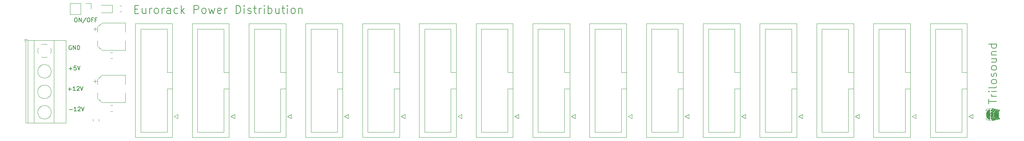
<source format=gbr>
%TF.GenerationSoftware,KiCad,Pcbnew,(6.0.0-0)*%
%TF.CreationDate,2022-11-09T21:07:35-05:00*%
%TF.ProjectId,POWER_DISTRIBUTION,504f5745-525f-4444-9953-545249425554,rev?*%
%TF.SameCoordinates,Original*%
%TF.FileFunction,Legend,Top*%
%TF.FilePolarity,Positive*%
%FSLAX46Y46*%
G04 Gerber Fmt 4.6, Leading zero omitted, Abs format (unit mm)*
G04 Created by KiCad (PCBNEW (6.0.0-0)) date 2022-11-09 21:07:35*
%MOMM*%
%LPD*%
G01*
G04 APERTURE LIST*
%ADD10C,0.150000*%
%ADD11C,0.120000*%
%ADD12C,0.013229*%
G04 APERTURE END LIST*
D10*
X263064761Y-78897810D02*
X263064761Y-77754953D01*
X265064761Y-78326381D02*
X263064761Y-78326381D01*
X265064761Y-77088286D02*
X263731428Y-77088286D01*
X264112380Y-77088286D02*
X263921904Y-76993048D01*
X263826666Y-76897810D01*
X263731428Y-76707334D01*
X263731428Y-76516858D01*
X265064761Y-75850191D02*
X263731428Y-75850191D01*
X263064761Y-75850191D02*
X263160000Y-75945429D01*
X263255238Y-75850191D01*
X263160000Y-75754953D01*
X263064761Y-75850191D01*
X263255238Y-75850191D01*
X265064761Y-74612096D02*
X264969523Y-74802572D01*
X264779047Y-74897810D01*
X263064761Y-74897810D01*
X265064761Y-73564477D02*
X264969523Y-73754953D01*
X264874285Y-73850191D01*
X264683809Y-73945429D01*
X264112380Y-73945429D01*
X263921904Y-73850191D01*
X263826666Y-73754953D01*
X263731428Y-73564477D01*
X263731428Y-73278762D01*
X263826666Y-73088286D01*
X263921904Y-72993048D01*
X264112380Y-72897810D01*
X264683809Y-72897810D01*
X264874285Y-72993048D01*
X264969523Y-73088286D01*
X265064761Y-73278762D01*
X265064761Y-73564477D01*
X264969523Y-72135905D02*
X265064761Y-71945429D01*
X265064761Y-71564477D01*
X264969523Y-71374001D01*
X264779047Y-71278762D01*
X264683809Y-71278762D01*
X264493333Y-71374001D01*
X264398095Y-71564477D01*
X264398095Y-71850191D01*
X264302857Y-72040667D01*
X264112380Y-72135905D01*
X264017142Y-72135905D01*
X263826666Y-72040667D01*
X263731428Y-71850191D01*
X263731428Y-71564477D01*
X263826666Y-71374001D01*
X265064761Y-70135905D02*
X264969523Y-70326381D01*
X264874285Y-70421620D01*
X264683809Y-70516858D01*
X264112380Y-70516858D01*
X263921904Y-70421620D01*
X263826666Y-70326381D01*
X263731428Y-70135905D01*
X263731428Y-69850191D01*
X263826666Y-69659715D01*
X263921904Y-69564477D01*
X264112380Y-69469239D01*
X264683809Y-69469239D01*
X264874285Y-69564477D01*
X264969523Y-69659715D01*
X265064761Y-69850191D01*
X265064761Y-70135905D01*
X263731428Y-67754953D02*
X265064761Y-67754953D01*
X263731428Y-68612096D02*
X264779047Y-68612096D01*
X264969523Y-68516858D01*
X265064761Y-68326381D01*
X265064761Y-68040667D01*
X264969523Y-67850191D01*
X264874285Y-67754953D01*
X263731428Y-66802572D02*
X265064761Y-66802572D01*
X263921904Y-66802572D02*
X263826666Y-66707334D01*
X263731428Y-66516858D01*
X263731428Y-66231143D01*
X263826666Y-66040667D01*
X264017142Y-65945429D01*
X265064761Y-65945429D01*
X265064761Y-64135905D02*
X263064761Y-64135905D01*
X264969523Y-64135905D02*
X265064761Y-64326381D01*
X265064761Y-64707334D01*
X264969523Y-64897810D01*
X264874285Y-64993048D01*
X264683809Y-65088286D01*
X264112380Y-65088286D01*
X263921904Y-64993048D01*
X263826666Y-64897810D01*
X263731428Y-64707334D01*
X263731428Y-64326381D01*
X263826666Y-64135905D01*
X36306285Y-70175428D02*
X37068190Y-70175428D01*
X36687238Y-70556380D02*
X36687238Y-69794476D01*
X38020571Y-69556380D02*
X37544380Y-69556380D01*
X37496761Y-70032571D01*
X37544380Y-69984952D01*
X37639619Y-69937333D01*
X37877714Y-69937333D01*
X37972952Y-69984952D01*
X38020571Y-70032571D01*
X38068190Y-70127809D01*
X38068190Y-70365904D01*
X38020571Y-70461142D01*
X37972952Y-70508761D01*
X37877714Y-70556380D01*
X37639619Y-70556380D01*
X37544380Y-70508761D01*
X37496761Y-70461142D01*
X38353904Y-69556380D02*
X38687238Y-70556380D01*
X39020571Y-69556380D01*
X52532952Y-55483142D02*
X53199619Y-55483142D01*
X53485333Y-56530761D02*
X52532952Y-56530761D01*
X52532952Y-54530761D01*
X53485333Y-54530761D01*
X55199619Y-55197428D02*
X55199619Y-56530761D01*
X54342476Y-55197428D02*
X54342476Y-56245047D01*
X54437714Y-56435523D01*
X54628190Y-56530761D01*
X54913904Y-56530761D01*
X55104380Y-56435523D01*
X55199619Y-56340285D01*
X56152000Y-56530761D02*
X56152000Y-55197428D01*
X56152000Y-55578380D02*
X56247238Y-55387904D01*
X56342476Y-55292666D01*
X56532952Y-55197428D01*
X56723428Y-55197428D01*
X57675809Y-56530761D02*
X57485333Y-56435523D01*
X57390095Y-56340285D01*
X57294857Y-56149809D01*
X57294857Y-55578380D01*
X57390095Y-55387904D01*
X57485333Y-55292666D01*
X57675809Y-55197428D01*
X57961523Y-55197428D01*
X58152000Y-55292666D01*
X58247238Y-55387904D01*
X58342476Y-55578380D01*
X58342476Y-56149809D01*
X58247238Y-56340285D01*
X58152000Y-56435523D01*
X57961523Y-56530761D01*
X57675809Y-56530761D01*
X59199619Y-56530761D02*
X59199619Y-55197428D01*
X59199619Y-55578380D02*
X59294857Y-55387904D01*
X59390095Y-55292666D01*
X59580571Y-55197428D01*
X59771047Y-55197428D01*
X61294857Y-56530761D02*
X61294857Y-55483142D01*
X61199619Y-55292666D01*
X61009142Y-55197428D01*
X60628190Y-55197428D01*
X60437714Y-55292666D01*
X61294857Y-56435523D02*
X61104380Y-56530761D01*
X60628190Y-56530761D01*
X60437714Y-56435523D01*
X60342476Y-56245047D01*
X60342476Y-56054571D01*
X60437714Y-55864095D01*
X60628190Y-55768857D01*
X61104380Y-55768857D01*
X61294857Y-55673619D01*
X63104380Y-56435523D02*
X62913904Y-56530761D01*
X62532952Y-56530761D01*
X62342476Y-56435523D01*
X62247238Y-56340285D01*
X62152000Y-56149809D01*
X62152000Y-55578380D01*
X62247238Y-55387904D01*
X62342476Y-55292666D01*
X62532952Y-55197428D01*
X62913904Y-55197428D01*
X63104380Y-55292666D01*
X63961523Y-56530761D02*
X63961523Y-54530761D01*
X64152000Y-55768857D02*
X64723428Y-56530761D01*
X64723428Y-55197428D02*
X63961523Y-55959333D01*
X67104380Y-56530761D02*
X67104380Y-54530761D01*
X67866285Y-54530761D01*
X68056761Y-54626000D01*
X68152000Y-54721238D01*
X68247238Y-54911714D01*
X68247238Y-55197428D01*
X68152000Y-55387904D01*
X68056761Y-55483142D01*
X67866285Y-55578380D01*
X67104380Y-55578380D01*
X69390095Y-56530761D02*
X69199619Y-56435523D01*
X69104380Y-56340285D01*
X69009142Y-56149809D01*
X69009142Y-55578380D01*
X69104380Y-55387904D01*
X69199619Y-55292666D01*
X69390095Y-55197428D01*
X69675809Y-55197428D01*
X69866285Y-55292666D01*
X69961523Y-55387904D01*
X70056761Y-55578380D01*
X70056761Y-56149809D01*
X69961523Y-56340285D01*
X69866285Y-56435523D01*
X69675809Y-56530761D01*
X69390095Y-56530761D01*
X70723428Y-55197428D02*
X71104380Y-56530761D01*
X71485333Y-55578380D01*
X71866285Y-56530761D01*
X72247238Y-55197428D01*
X73771047Y-56435523D02*
X73580571Y-56530761D01*
X73199619Y-56530761D01*
X73009142Y-56435523D01*
X72913904Y-56245047D01*
X72913904Y-55483142D01*
X73009142Y-55292666D01*
X73199619Y-55197428D01*
X73580571Y-55197428D01*
X73771047Y-55292666D01*
X73866285Y-55483142D01*
X73866285Y-55673619D01*
X72913904Y-55864095D01*
X74723428Y-56530761D02*
X74723428Y-55197428D01*
X74723428Y-55578380D02*
X74818666Y-55387904D01*
X74913904Y-55292666D01*
X75104380Y-55197428D01*
X75294857Y-55197428D01*
X77485333Y-56530761D02*
X77485333Y-54530761D01*
X77961523Y-54530761D01*
X78247238Y-54626000D01*
X78437714Y-54816476D01*
X78532952Y-55006952D01*
X78628190Y-55387904D01*
X78628190Y-55673619D01*
X78532952Y-56054571D01*
X78437714Y-56245047D01*
X78247238Y-56435523D01*
X77961523Y-56530761D01*
X77485333Y-56530761D01*
X79485333Y-56530761D02*
X79485333Y-55197428D01*
X79485333Y-54530761D02*
X79390095Y-54626000D01*
X79485333Y-54721238D01*
X79580571Y-54626000D01*
X79485333Y-54530761D01*
X79485333Y-54721238D01*
X80342476Y-56435523D02*
X80532952Y-56530761D01*
X80913904Y-56530761D01*
X81104380Y-56435523D01*
X81199619Y-56245047D01*
X81199619Y-56149809D01*
X81104380Y-55959333D01*
X80913904Y-55864095D01*
X80628190Y-55864095D01*
X80437714Y-55768857D01*
X80342476Y-55578380D01*
X80342476Y-55483142D01*
X80437714Y-55292666D01*
X80628190Y-55197428D01*
X80913904Y-55197428D01*
X81104380Y-55292666D01*
X81771047Y-55197428D02*
X82532952Y-55197428D01*
X82056761Y-54530761D02*
X82056761Y-56245047D01*
X82152000Y-56435523D01*
X82342476Y-56530761D01*
X82532952Y-56530761D01*
X83199619Y-56530761D02*
X83199619Y-55197428D01*
X83199619Y-55578380D02*
X83294857Y-55387904D01*
X83390095Y-55292666D01*
X83580571Y-55197428D01*
X83771047Y-55197428D01*
X84437714Y-56530761D02*
X84437714Y-55197428D01*
X84437714Y-54530761D02*
X84342476Y-54626000D01*
X84437714Y-54721238D01*
X84532952Y-54626000D01*
X84437714Y-54530761D01*
X84437714Y-54721238D01*
X85390095Y-56530761D02*
X85390095Y-54530761D01*
X85390095Y-55292666D02*
X85580571Y-55197428D01*
X85961523Y-55197428D01*
X86152000Y-55292666D01*
X86247238Y-55387904D01*
X86342476Y-55578380D01*
X86342476Y-56149809D01*
X86247238Y-56340285D01*
X86152000Y-56435523D01*
X85961523Y-56530761D01*
X85580571Y-56530761D01*
X85390095Y-56435523D01*
X88056761Y-55197428D02*
X88056761Y-56530761D01*
X87199619Y-55197428D02*
X87199619Y-56245047D01*
X87294857Y-56435523D01*
X87485333Y-56530761D01*
X87771047Y-56530761D01*
X87961523Y-56435523D01*
X88056761Y-56340285D01*
X88723428Y-55197428D02*
X89485333Y-55197428D01*
X89009142Y-54530761D02*
X89009142Y-56245047D01*
X89104380Y-56435523D01*
X89294857Y-56530761D01*
X89485333Y-56530761D01*
X90152000Y-56530761D02*
X90152000Y-55197428D01*
X90152000Y-54530761D02*
X90056761Y-54626000D01*
X90152000Y-54721238D01*
X90247238Y-54626000D01*
X90152000Y-54530761D01*
X90152000Y-54721238D01*
X91390095Y-56530761D02*
X91199619Y-56435523D01*
X91104380Y-56340285D01*
X91009142Y-56149809D01*
X91009142Y-55578380D01*
X91104380Y-55387904D01*
X91199619Y-55292666D01*
X91390095Y-55197428D01*
X91675809Y-55197428D01*
X91866285Y-55292666D01*
X91961523Y-55387904D01*
X92056761Y-55578380D01*
X92056761Y-56149809D01*
X91961523Y-56340285D01*
X91866285Y-56435523D01*
X91675809Y-56530761D01*
X91390095Y-56530761D01*
X92913904Y-55197428D02*
X92913904Y-56530761D01*
X92913904Y-55387904D02*
X93009142Y-55292666D01*
X93199619Y-55197428D01*
X93485333Y-55197428D01*
X93675809Y-55292666D01*
X93771047Y-55483142D01*
X93771047Y-56530761D01*
X36830095Y-64524000D02*
X36734857Y-64476380D01*
X36592000Y-64476380D01*
X36449142Y-64524000D01*
X36353904Y-64619238D01*
X36306285Y-64714476D01*
X36258666Y-64904952D01*
X36258666Y-65047809D01*
X36306285Y-65238285D01*
X36353904Y-65333523D01*
X36449142Y-65428761D01*
X36592000Y-65476380D01*
X36687238Y-65476380D01*
X36830095Y-65428761D01*
X36877714Y-65381142D01*
X36877714Y-65047809D01*
X36687238Y-65047809D01*
X37306285Y-65476380D02*
X37306285Y-64476380D01*
X37877714Y-65476380D01*
X37877714Y-64476380D01*
X38353904Y-65476380D02*
X38353904Y-64476380D01*
X38592000Y-64476380D01*
X38734857Y-64524000D01*
X38830095Y-64619238D01*
X38877714Y-64714476D01*
X38925333Y-64904952D01*
X38925333Y-65047809D01*
X38877714Y-65238285D01*
X38830095Y-65333523D01*
X38734857Y-65428761D01*
X38592000Y-65476380D01*
X38353904Y-65476380D01*
X36338095Y-80335428D02*
X37100000Y-80335428D01*
X38100000Y-80716380D02*
X37528571Y-80716380D01*
X37814285Y-80716380D02*
X37814285Y-79716380D01*
X37719047Y-79859238D01*
X37623809Y-79954476D01*
X37528571Y-80002095D01*
X38480952Y-79811619D02*
X38528571Y-79764000D01*
X38623809Y-79716380D01*
X38861904Y-79716380D01*
X38957142Y-79764000D01*
X39004761Y-79811619D01*
X39052380Y-79906857D01*
X39052380Y-80002095D01*
X39004761Y-80144952D01*
X38433333Y-80716380D01*
X39052380Y-80716380D01*
X39338095Y-79716380D02*
X39671428Y-80716380D01*
X40004761Y-79716380D01*
X36084095Y-75255428D02*
X36846000Y-75255428D01*
X36465047Y-75636380D02*
X36465047Y-74874476D01*
X37846000Y-75636380D02*
X37274571Y-75636380D01*
X37560285Y-75636380D02*
X37560285Y-74636380D01*
X37465047Y-74779238D01*
X37369809Y-74874476D01*
X37274571Y-74922095D01*
X38226952Y-74731619D02*
X38274571Y-74684000D01*
X38369809Y-74636380D01*
X38607904Y-74636380D01*
X38703142Y-74684000D01*
X38750761Y-74731619D01*
X38798380Y-74826857D01*
X38798380Y-74922095D01*
X38750761Y-75064952D01*
X38179333Y-75636380D01*
X38798380Y-75636380D01*
X39084095Y-74636380D02*
X39417428Y-75636380D01*
X39750761Y-74636380D01*
X37862190Y-57618380D02*
X38052666Y-57618380D01*
X38147904Y-57666000D01*
X38243142Y-57761238D01*
X38290761Y-57951714D01*
X38290761Y-58285047D01*
X38243142Y-58475523D01*
X38147904Y-58570761D01*
X38052666Y-58618380D01*
X37862190Y-58618380D01*
X37766952Y-58570761D01*
X37671714Y-58475523D01*
X37624095Y-58285047D01*
X37624095Y-57951714D01*
X37671714Y-57761238D01*
X37766952Y-57666000D01*
X37862190Y-57618380D01*
X38719333Y-58618380D02*
X38719333Y-57618380D01*
X39290761Y-58618380D01*
X39290761Y-57618380D01*
X40481238Y-57570761D02*
X39624095Y-58856476D01*
X41005047Y-57618380D02*
X41195523Y-57618380D01*
X41290761Y-57666000D01*
X41386000Y-57761238D01*
X41433619Y-57951714D01*
X41433619Y-58285047D01*
X41386000Y-58475523D01*
X41290761Y-58570761D01*
X41195523Y-58618380D01*
X41005047Y-58618380D01*
X40909809Y-58570761D01*
X40814571Y-58475523D01*
X40766952Y-58285047D01*
X40766952Y-57951714D01*
X40814571Y-57761238D01*
X40909809Y-57666000D01*
X41005047Y-57618380D01*
X42195523Y-58094571D02*
X41862190Y-58094571D01*
X41862190Y-58618380D02*
X41862190Y-57618380D01*
X42338380Y-57618380D01*
X43052666Y-58094571D02*
X42719333Y-58094571D01*
X42719333Y-58618380D02*
X42719333Y-57618380D01*
X43195523Y-57618380D01*
D11*
%TO.C,J1*%
X116453856Y-71102000D02*
X116453856Y-71102000D01*
X108643856Y-59052000D02*
X117763856Y-59052000D01*
X117763856Y-59052000D02*
X117763856Y-87252000D01*
X116453856Y-75202000D02*
X116453856Y-85952000D01*
X116453856Y-71102000D02*
X117763856Y-71102000D01*
X108643856Y-87252000D02*
X108643856Y-59052000D01*
X118153856Y-82042000D02*
X119153856Y-82542000D01*
X117763856Y-75202000D02*
X116453856Y-75202000D01*
X117763856Y-87252000D02*
X108643856Y-87252000D01*
X109953856Y-60352000D02*
X116453856Y-60352000D01*
X119153856Y-82542000D02*
X119153856Y-81542000D01*
X116453856Y-85952000D02*
X109953856Y-85952000D01*
X109953856Y-85952000D02*
X109953856Y-60352000D01*
X116453856Y-60352000D02*
X116453856Y-71102000D01*
X119153856Y-81542000D02*
X118153856Y-82042000D01*
%TO.C,J5*%
X234666032Y-59052000D02*
X243786032Y-59052000D01*
X243786032Y-87252000D02*
X234666032Y-87252000D01*
X235976032Y-85952000D02*
X235976032Y-60352000D01*
X243786032Y-75202000D02*
X242476032Y-75202000D01*
X244176032Y-82042000D02*
X245176032Y-82542000D01*
X235976032Y-60352000D02*
X242476032Y-60352000D01*
X242476032Y-71102000D02*
X242476032Y-71102000D01*
X245176032Y-81542000D02*
X244176032Y-82042000D01*
X242476032Y-85952000D02*
X235976032Y-85952000D01*
X243786032Y-59052000D02*
X243786032Y-87252000D01*
X242476032Y-60352000D02*
X242476032Y-71102000D01*
X245176032Y-82542000D02*
X245176032Y-81542000D01*
X242476032Y-71102000D02*
X243786032Y-71102000D01*
X242476032Y-75202000D02*
X242476032Y-85952000D01*
X234666032Y-87252000D02*
X234666032Y-59052000D01*
D12*
%TO.C,REF\u002A\u002A*%
X262433396Y-80355441D02*
X262463475Y-80333652D01*
X263404974Y-83020561D02*
X263566042Y-83043948D01*
X262463475Y-80333652D02*
X262535176Y-80291059D01*
X262355352Y-80454396D02*
X262361864Y-80435883D01*
X262361999Y-82529757D02*
X262349069Y-82545399D01*
X262689559Y-82852314D02*
X262788609Y-82885207D01*
X262339697Y-82561584D02*
X262334048Y-82578327D01*
X262332289Y-82595646D02*
X262334582Y-82613556D01*
X262778871Y-82368381D02*
X262691923Y-82388851D01*
X262442705Y-82734349D02*
X262442705Y-82734349D01*
X262354818Y-80489618D02*
X262353058Y-80472302D01*
X262334582Y-82613556D02*
X262341094Y-82632074D01*
X262966436Y-82331087D02*
X262778871Y-82368381D01*
X262441262Y-80582022D02*
X262399093Y-80553302D01*
X262987206Y-80736909D02*
X262799641Y-80699602D01*
X263184200Y-80770215D02*
X262987206Y-80736909D01*
X262442705Y-82734349D02*
X262514407Y-82776964D01*
X262369838Y-80522543D02*
X262360467Y-80506360D01*
X262412627Y-82712548D02*
X262442705Y-82734349D01*
X262632062Y-80657256D02*
X262559066Y-80633870D01*
X262408361Y-80376542D02*
X262433396Y-80355441D01*
X262360467Y-80506360D02*
X262354818Y-80489618D01*
X262495027Y-80608835D02*
X262441262Y-80582022D01*
X262514407Y-82776964D02*
X262597425Y-82816260D01*
X262998660Y-82941820D02*
X263209981Y-82986728D01*
X262799641Y-80699602D02*
X262712693Y-80679124D01*
X262597425Y-82816260D02*
X262689559Y-82852314D01*
X263163430Y-82297786D02*
X262966436Y-82331087D01*
X263566042Y-83043948D02*
X263716013Y-83061903D01*
X262351990Y-82651216D02*
X262367434Y-82670998D01*
X262712693Y-80679124D02*
X262632062Y-80657256D01*
X262538296Y-82434088D02*
X262474257Y-82459116D01*
X263586700Y-80024071D02*
X263736650Y-80006098D01*
X262361864Y-80435883D02*
X262372760Y-80416747D01*
X262372760Y-80416747D02*
X262388204Y-80396972D01*
X262367434Y-82670998D02*
X262387591Y-82691437D01*
X262611292Y-82410710D02*
X262538296Y-82434088D01*
X263425653Y-80047474D02*
X263586700Y-80024071D01*
X262378323Y-82514641D02*
X262361999Y-82529757D01*
X262334048Y-82578327D02*
X262332289Y-82595646D01*
X263209981Y-82986728D02*
X263404974Y-83020561D01*
X262399093Y-80553302D02*
X262382769Y-80538185D01*
X262618189Y-80251779D02*
X262710316Y-80215736D01*
X262913115Y-80153044D02*
X263019388Y-80126239D01*
X262535176Y-80291059D02*
X262618189Y-80251779D01*
X262474257Y-82459116D02*
X262420492Y-82485924D01*
X262382769Y-80538185D02*
X262369838Y-80522543D01*
X262341094Y-82632074D02*
X262351990Y-82651216D01*
X262388204Y-80396972D02*
X262408361Y-80376542D01*
X262809358Y-80182850D02*
X262913115Y-80153044D01*
X262349069Y-82545399D02*
X262339697Y-82561584D01*
X263019388Y-80126239D02*
X263230684Y-80081322D01*
X262788609Y-82885207D02*
X262892376Y-82915016D01*
X262387591Y-82691437D02*
X262412627Y-82712548D01*
X262710316Y-80215736D02*
X262809358Y-80182850D01*
X262691923Y-82388851D02*
X262611292Y-82410710D01*
X262892376Y-82915016D02*
X262998660Y-82941820D01*
X262420492Y-82485924D02*
X262378323Y-82514641D01*
X262463475Y-80333652D02*
X262463475Y-80333652D01*
X263230684Y-80081322D02*
X263425653Y-80047474D01*
X262353058Y-80472302D02*
X262355352Y-80454396D01*
X262559066Y-80633870D02*
X262495027Y-80608835D01*
X264868538Y-82009391D02*
X265565714Y-81896943D01*
X265565714Y-81896943D02*
X265565714Y-81196987D01*
X265565714Y-81196987D02*
X264868538Y-81084539D01*
X264868538Y-81084539D02*
X264868538Y-82009391D01*
X264868538Y-82009391D02*
X264868538Y-82009391D01*
G36*
X265565714Y-81196987D02*
G01*
X265565714Y-81896943D01*
X264868538Y-82009391D01*
X264868538Y-81084539D01*
X265565714Y-81196987D01*
G37*
X265565714Y-81196987D02*
X265565714Y-81896943D01*
X264868538Y-82009391D01*
X264868538Y-81084539D01*
X265565714Y-81196987D01*
X262461094Y-81547031D02*
X262462906Y-81613114D01*
X262462906Y-81613114D02*
X262468209Y-81678371D01*
X262468209Y-81678371D02*
X262476804Y-81742704D01*
X262476804Y-81742704D02*
X262488492Y-81806017D01*
X262488492Y-81806017D02*
X262503073Y-81868211D01*
X262503073Y-81868211D02*
X262520348Y-81929191D01*
X262520348Y-81929191D02*
X262540118Y-81988858D01*
X262540118Y-81988858D02*
X262562183Y-82047116D01*
X262562183Y-82047116D02*
X262612403Y-82159017D01*
X262612403Y-82159017D02*
X262669414Y-82264115D01*
X262669414Y-82264115D02*
X262731621Y-82361635D01*
X262731621Y-82361635D02*
X262797429Y-82450798D01*
X262797429Y-82450798D02*
X262865245Y-82530829D01*
X262865245Y-82530829D02*
X262933475Y-82600950D01*
X262933475Y-82600950D02*
X263000523Y-82660384D01*
X263000523Y-82660384D02*
X263064797Y-82708356D01*
X263064797Y-82708356D02*
X263124701Y-82744086D01*
X263124701Y-82744086D02*
X263178641Y-82766800D01*
X263178641Y-82766800D02*
X263202876Y-82773032D01*
X263202876Y-82773032D02*
X263225023Y-82775719D01*
X263225023Y-82775719D02*
X263244881Y-82774763D01*
X263244881Y-82774763D02*
X263262253Y-82770068D01*
X263262253Y-82770068D02*
X263274530Y-82763424D01*
X263274530Y-82763424D02*
X263285428Y-82754252D01*
X263285428Y-82754252D02*
X263295035Y-82742655D01*
X263295035Y-82742655D02*
X263303440Y-82728734D01*
X263303440Y-82728734D02*
X263310734Y-82712594D01*
X263310734Y-82712594D02*
X263317005Y-82694336D01*
X263317005Y-82694336D02*
X263322343Y-82674064D01*
X263322343Y-82674064D02*
X263326838Y-82651879D01*
X263326838Y-82651879D02*
X263333655Y-82602185D01*
X263333655Y-82602185D02*
X263338171Y-82546074D01*
X263338171Y-82546074D02*
X263343165Y-82417891D01*
X263343165Y-82417891D02*
X263347546Y-82273900D01*
X263347546Y-82273900D02*
X263351295Y-82198031D01*
X263351295Y-82198031D02*
X263357037Y-82120675D01*
X263357037Y-82120675D02*
X263365489Y-82042652D01*
X263365489Y-82042652D02*
X263377366Y-81964786D01*
X263377366Y-81964786D02*
X263384812Y-81926168D01*
X263384812Y-81926168D02*
X263393383Y-81887896D01*
X263393383Y-81887896D02*
X263403167Y-81850075D01*
X263403167Y-81850075D02*
X263414256Y-81812805D01*
X263414256Y-81812805D02*
X263424209Y-81781213D01*
X263424209Y-81781213D02*
X263432900Y-81749342D01*
X263432900Y-81749342D02*
X263440328Y-81717231D01*
X263440328Y-81717231D02*
X263446491Y-81684915D01*
X263446491Y-81684915D02*
X263451390Y-81652433D01*
X263451390Y-81652433D02*
X263455024Y-81619821D01*
X263455024Y-81619821D02*
X263457392Y-81587117D01*
X263457392Y-81587117D02*
X263458494Y-81554357D01*
X263458494Y-81554357D02*
X263458329Y-81521580D01*
X263458329Y-81521580D02*
X263456897Y-81488821D01*
X263456897Y-81488821D02*
X263454197Y-81456119D01*
X263454197Y-81456119D02*
X263450229Y-81423510D01*
X263450229Y-81423510D02*
X263444992Y-81391031D01*
X263444992Y-81391031D02*
X263438486Y-81358720D01*
X263438486Y-81358720D02*
X263430710Y-81326614D01*
X263430710Y-81326614D02*
X263421664Y-81294750D01*
X263421664Y-81294750D02*
X263401939Y-81217329D01*
X263401939Y-81217329D02*
X263386664Y-81138398D01*
X263386664Y-81138398D02*
X263375165Y-81058758D01*
X263375165Y-81058758D02*
X263366767Y-80979212D01*
X263366767Y-80979212D02*
X263356575Y-80823615D01*
X263356575Y-80823615D02*
X263350689Y-80678024D01*
X263350689Y-80678024D02*
X263343712Y-80548860D01*
X263343712Y-80548860D02*
X263338128Y-80492444D01*
X263338128Y-80492444D02*
X263330246Y-80442543D01*
X263330246Y-80442543D02*
X263319393Y-80399958D01*
X263319393Y-80399958D02*
X263304892Y-80365492D01*
X263304892Y-80365492D02*
X263296064Y-80351554D01*
X263296064Y-80351554D02*
X263286070Y-80339947D01*
X263286070Y-80339947D02*
X263274828Y-80330772D01*
X263274828Y-80330772D02*
X263262253Y-80324127D01*
X263262253Y-80324127D02*
X263244532Y-80319413D01*
X263244532Y-80319413D02*
X263224367Y-80318452D01*
X263224367Y-80318452D02*
X263201956Y-80321145D01*
X263201956Y-80321145D02*
X263177496Y-80327395D01*
X263177496Y-80327395D02*
X263151183Y-80337102D01*
X263151183Y-80337102D02*
X263123216Y-80350168D01*
X263123216Y-80350168D02*
X263093790Y-80366496D01*
X263093790Y-80366496D02*
X263063104Y-80385986D01*
X263063104Y-80385986D02*
X263031354Y-80408541D01*
X263031354Y-80408541D02*
X262998738Y-80434062D01*
X262998738Y-80434062D02*
X262965453Y-80462451D01*
X262965453Y-80462451D02*
X262931696Y-80493610D01*
X262931696Y-80493610D02*
X262897664Y-80527440D01*
X262897664Y-80527440D02*
X262863554Y-80563843D01*
X262863554Y-80563843D02*
X262829564Y-80602721D01*
X262829564Y-80602721D02*
X262795891Y-80643975D01*
X262795891Y-80643975D02*
X262762732Y-80687508D01*
X262762732Y-80687508D02*
X262730284Y-80733220D01*
X262730284Y-80733220D02*
X262698744Y-80781014D01*
X262698744Y-80781014D02*
X262668309Y-80830791D01*
X262668309Y-80830791D02*
X262639177Y-80882453D01*
X262639177Y-80882453D02*
X262611545Y-80935902D01*
X262611545Y-80935902D02*
X262585610Y-80991039D01*
X262585610Y-80991039D02*
X262561570Y-81047767D01*
X262561570Y-81047767D02*
X262539620Y-81105986D01*
X262539620Y-81105986D02*
X262519959Y-81165598D01*
X262519959Y-81165598D02*
X262502784Y-81226506D01*
X262502784Y-81226506D02*
X262488291Y-81288610D01*
X262488291Y-81288610D02*
X262476679Y-81351813D01*
X262476679Y-81351813D02*
X262468144Y-81416017D01*
X262468144Y-81416017D02*
X262462883Y-81481122D01*
X262462883Y-81481122D02*
X262461094Y-81547031D01*
X262461094Y-81547031D02*
X262461094Y-81547031D01*
G36*
X263244532Y-80319413D02*
G01*
X263262253Y-80324127D01*
X263274828Y-80330772D01*
X263286070Y-80339947D01*
X263296064Y-80351554D01*
X263304892Y-80365492D01*
X263319393Y-80399958D01*
X263330246Y-80442543D01*
X263338128Y-80492444D01*
X263343712Y-80548860D01*
X263350689Y-80678024D01*
X263356575Y-80823615D01*
X263366767Y-80979212D01*
X263375165Y-81058758D01*
X263386664Y-81138398D01*
X263401939Y-81217329D01*
X263421664Y-81294750D01*
X263430710Y-81326614D01*
X263438486Y-81358720D01*
X263444992Y-81391031D01*
X263450229Y-81423510D01*
X263454197Y-81456119D01*
X263456897Y-81488821D01*
X263458329Y-81521580D01*
X263458494Y-81554357D01*
X263457392Y-81587117D01*
X263455024Y-81619821D01*
X263451390Y-81652433D01*
X263446491Y-81684915D01*
X263440328Y-81717231D01*
X263432900Y-81749342D01*
X263424209Y-81781213D01*
X263414256Y-81812805D01*
X263403167Y-81850075D01*
X263393383Y-81887896D01*
X263384812Y-81926168D01*
X263377366Y-81964786D01*
X263365489Y-82042652D01*
X263357037Y-82120675D01*
X263351295Y-82198031D01*
X263347546Y-82273900D01*
X263343165Y-82417891D01*
X263338171Y-82546074D01*
X263333655Y-82602185D01*
X263326838Y-82651879D01*
X263322343Y-82674064D01*
X263317005Y-82694336D01*
X263310734Y-82712594D01*
X263303440Y-82728734D01*
X263295035Y-82742655D01*
X263285428Y-82754252D01*
X263274530Y-82763424D01*
X263262253Y-82770068D01*
X263244881Y-82774763D01*
X263225023Y-82775719D01*
X263202876Y-82773032D01*
X263178641Y-82766800D01*
X263124701Y-82744086D01*
X263064797Y-82708356D01*
X263000523Y-82660384D01*
X262933475Y-82600950D01*
X262865245Y-82530829D01*
X262797429Y-82450798D01*
X262731621Y-82361635D01*
X262669414Y-82264115D01*
X262612403Y-82159017D01*
X262562183Y-82047116D01*
X262540118Y-81988858D01*
X262520348Y-81929191D01*
X262503073Y-81868211D01*
X262488492Y-81806017D01*
X262476804Y-81742704D01*
X262468209Y-81678371D01*
X262462906Y-81613114D01*
X262461094Y-81547031D01*
X262462883Y-81481122D01*
X262468144Y-81416017D01*
X262476679Y-81351813D01*
X262488291Y-81288610D01*
X262502784Y-81226506D01*
X262519959Y-81165598D01*
X262539620Y-81105986D01*
X262561570Y-81047767D01*
X262585610Y-80991039D01*
X262611545Y-80935902D01*
X262639177Y-80882453D01*
X262668309Y-80830791D01*
X262698744Y-80781014D01*
X262730284Y-80733220D01*
X262762732Y-80687508D01*
X262795891Y-80643975D01*
X262829564Y-80602721D01*
X262863554Y-80563843D01*
X262897664Y-80527440D01*
X262931696Y-80493610D01*
X262965453Y-80462451D01*
X262998738Y-80434062D01*
X263031354Y-80408541D01*
X263063104Y-80385986D01*
X263093790Y-80366496D01*
X263123216Y-80350168D01*
X263151183Y-80337102D01*
X263177496Y-80327395D01*
X263201956Y-80321145D01*
X263224367Y-80318452D01*
X263244532Y-80319413D01*
G37*
X263244532Y-80319413D02*
X263262253Y-80324127D01*
X263274828Y-80330772D01*
X263286070Y-80339947D01*
X263296064Y-80351554D01*
X263304892Y-80365492D01*
X263319393Y-80399958D01*
X263330246Y-80442543D01*
X263338128Y-80492444D01*
X263343712Y-80548860D01*
X263350689Y-80678024D01*
X263356575Y-80823615D01*
X263366767Y-80979212D01*
X263375165Y-81058758D01*
X263386664Y-81138398D01*
X263401939Y-81217329D01*
X263421664Y-81294750D01*
X263430710Y-81326614D01*
X263438486Y-81358720D01*
X263444992Y-81391031D01*
X263450229Y-81423510D01*
X263454197Y-81456119D01*
X263456897Y-81488821D01*
X263458329Y-81521580D01*
X263458494Y-81554357D01*
X263457392Y-81587117D01*
X263455024Y-81619821D01*
X263451390Y-81652433D01*
X263446491Y-81684915D01*
X263440328Y-81717231D01*
X263432900Y-81749342D01*
X263424209Y-81781213D01*
X263414256Y-81812805D01*
X263403167Y-81850075D01*
X263393383Y-81887896D01*
X263384812Y-81926168D01*
X263377366Y-81964786D01*
X263365489Y-82042652D01*
X263357037Y-82120675D01*
X263351295Y-82198031D01*
X263347546Y-82273900D01*
X263343165Y-82417891D01*
X263338171Y-82546074D01*
X263333655Y-82602185D01*
X263326838Y-82651879D01*
X263322343Y-82674064D01*
X263317005Y-82694336D01*
X263310734Y-82712594D01*
X263303440Y-82728734D01*
X263295035Y-82742655D01*
X263285428Y-82754252D01*
X263274530Y-82763424D01*
X263262253Y-82770068D01*
X263244881Y-82774763D01*
X263225023Y-82775719D01*
X263202876Y-82773032D01*
X263178641Y-82766800D01*
X263124701Y-82744086D01*
X263064797Y-82708356D01*
X263000523Y-82660384D01*
X262933475Y-82600950D01*
X262865245Y-82530829D01*
X262797429Y-82450798D01*
X262731621Y-82361635D01*
X262669414Y-82264115D01*
X262612403Y-82159017D01*
X262562183Y-82047116D01*
X262540118Y-81988858D01*
X262520348Y-81929191D01*
X262503073Y-81868211D01*
X262488492Y-81806017D01*
X262476804Y-81742704D01*
X262468209Y-81678371D01*
X262462906Y-81613114D01*
X262461094Y-81547031D01*
X262462883Y-81481122D01*
X262468144Y-81416017D01*
X262476679Y-81351813D01*
X262488291Y-81288610D01*
X262502784Y-81226506D01*
X262519959Y-81165598D01*
X262539620Y-81105986D01*
X262561570Y-81047767D01*
X262585610Y-80991039D01*
X262611545Y-80935902D01*
X262639177Y-80882453D01*
X262668309Y-80830791D01*
X262698744Y-80781014D01*
X262730284Y-80733220D01*
X262762732Y-80687508D01*
X262795891Y-80643975D01*
X262829564Y-80602721D01*
X262863554Y-80563843D01*
X262897664Y-80527440D01*
X262931696Y-80493610D01*
X262965453Y-80462451D01*
X262998738Y-80434062D01*
X263031354Y-80408541D01*
X263063104Y-80385986D01*
X263093790Y-80366496D01*
X263123216Y-80350168D01*
X263151183Y-80337102D01*
X263177496Y-80327395D01*
X263201956Y-80321145D01*
X263224367Y-80318452D01*
X263244532Y-80319413D01*
X263565465Y-82187984D02*
X263565465Y-81718878D01*
X263565465Y-81718878D02*
X263571428Y-81718099D01*
X263571428Y-81718099D02*
X263577363Y-81717148D01*
X263577363Y-81717148D02*
X263583265Y-81716027D01*
X263583265Y-81716027D02*
X263589132Y-81714737D01*
X263589132Y-81714737D02*
X263594958Y-81713278D01*
X263594958Y-81713278D02*
X263600742Y-81711651D01*
X263600742Y-81711651D02*
X263606478Y-81709857D01*
X263606478Y-81709857D02*
X263612164Y-81707898D01*
X263612164Y-81707898D02*
X263614570Y-81706847D01*
X263614570Y-81706847D02*
X263616954Y-81705750D01*
X263616954Y-81705750D02*
X263619315Y-81704608D01*
X263619315Y-81704608D02*
X263621652Y-81703421D01*
X263621652Y-81703421D02*
X263623964Y-81702189D01*
X263623964Y-81702189D02*
X263626252Y-81700913D01*
X263626252Y-81700913D02*
X263628514Y-81699593D01*
X263628514Y-81699593D02*
X263630750Y-81698230D01*
X263630750Y-81698230D02*
X263632959Y-81696824D01*
X263632959Y-81696824D02*
X263635141Y-81695374D01*
X263635141Y-81695374D02*
X263637294Y-81693883D01*
X263637294Y-81693883D02*
X263639419Y-81692350D01*
X263639419Y-81692350D02*
X263641514Y-81690775D01*
X263641514Y-81690775D02*
X263643580Y-81689159D01*
X263643580Y-81689159D02*
X263645614Y-81687502D01*
X263645614Y-81687502D02*
X263647618Y-81685805D01*
X263647618Y-81685805D02*
X263650536Y-81683516D01*
X263650536Y-81683516D02*
X263653410Y-81681176D01*
X263653410Y-81681176D02*
X263656239Y-81678785D01*
X263656239Y-81678785D02*
X263659023Y-81676343D01*
X263659023Y-81676343D02*
X263661760Y-81673851D01*
X263661760Y-81673851D02*
X263664450Y-81671310D01*
X263664450Y-81671310D02*
X263667093Y-81668720D01*
X263667093Y-81668720D02*
X263669687Y-81666082D01*
X263669687Y-81666082D02*
X263672233Y-81663398D01*
X263672233Y-81663398D02*
X263674729Y-81660666D01*
X263674729Y-81660666D02*
X263677175Y-81657889D01*
X263677175Y-81657889D02*
X263679570Y-81655067D01*
X263679570Y-81655067D02*
X263681913Y-81652200D01*
X263681913Y-81652200D02*
X263684205Y-81649290D01*
X263684205Y-81649290D02*
X263686443Y-81646336D01*
X263686443Y-81646336D02*
X263688629Y-81643340D01*
X263688629Y-81643340D02*
X263691268Y-81639466D01*
X263691268Y-81639466D02*
X263693813Y-81635535D01*
X263693813Y-81635535D02*
X263696262Y-81631549D01*
X263696262Y-81631549D02*
X263698616Y-81627509D01*
X263698616Y-81627509D02*
X263700872Y-81623416D01*
X263700872Y-81623416D02*
X263703030Y-81619274D01*
X263703030Y-81619274D02*
X263705090Y-81615083D01*
X263705090Y-81615083D02*
X263707050Y-81610845D01*
X263707050Y-81610845D02*
X263708910Y-81606562D01*
X263708910Y-81606562D02*
X263710669Y-81602236D01*
X263710669Y-81602236D02*
X263712326Y-81597869D01*
X263712326Y-81597869D02*
X263713880Y-81593462D01*
X263713880Y-81593462D02*
X263715331Y-81589017D01*
X263715331Y-81589017D02*
X263716678Y-81584536D01*
X263716678Y-81584536D02*
X263717919Y-81580021D01*
X263717919Y-81580021D02*
X263719055Y-81575474D01*
X263719055Y-81575474D02*
X263720110Y-81571057D01*
X263720110Y-81571057D02*
X263721058Y-81566617D01*
X263721058Y-81566617D02*
X263721898Y-81562157D01*
X263721898Y-81562157D02*
X263722631Y-81557679D01*
X263722631Y-81557679D02*
X263723256Y-81553185D01*
X263723256Y-81553185D02*
X263723772Y-81548676D01*
X263723772Y-81548676D02*
X263724180Y-81544155D01*
X263724180Y-81544155D02*
X263724480Y-81539623D01*
X263724480Y-81539623D02*
X263724631Y-81535413D01*
X263724631Y-81535413D02*
X263724683Y-81531202D01*
X263724683Y-81531202D02*
X263724634Y-81526991D01*
X263724634Y-81526991D02*
X263724486Y-81522784D01*
X263724486Y-81522784D02*
X263724237Y-81518582D01*
X263724237Y-81518582D02*
X263723888Y-81514386D01*
X263723888Y-81514386D02*
X263723440Y-81510199D01*
X263723440Y-81510199D02*
X263722892Y-81506021D01*
X263722892Y-81506021D02*
X263722151Y-81501990D01*
X263722151Y-81501990D02*
X263721319Y-81497980D01*
X263721319Y-81497980D02*
X263720399Y-81493993D01*
X263720399Y-81493993D02*
X263719389Y-81490031D01*
X263719389Y-81490031D02*
X263718291Y-81486094D01*
X263718291Y-81486094D02*
X263717106Y-81482184D01*
X263717106Y-81482184D02*
X263715833Y-81478303D01*
X263715833Y-81478303D02*
X263714473Y-81474452D01*
X263714473Y-81474452D02*
X263713027Y-81470632D01*
X263713027Y-81470632D02*
X263711495Y-81466846D01*
X263711495Y-81466846D02*
X263709878Y-81463094D01*
X263709878Y-81463094D02*
X263708176Y-81459378D01*
X263708176Y-81459378D02*
X263706391Y-81455699D01*
X263706391Y-81455699D02*
X263704522Y-81452059D01*
X263704522Y-81452059D02*
X263702569Y-81448460D01*
X263702569Y-81448460D02*
X263700534Y-81444902D01*
X263700534Y-81444902D02*
X263698423Y-81441185D01*
X263698423Y-81441185D02*
X263696234Y-81437516D01*
X263696234Y-81437516D02*
X263693968Y-81433899D01*
X263693968Y-81433899D02*
X263691626Y-81430332D01*
X263691626Y-81430332D02*
X263689209Y-81426819D01*
X263689209Y-81426819D02*
X263686717Y-81423360D01*
X263686717Y-81423360D02*
X263684153Y-81419955D01*
X263684153Y-81419955D02*
X263681517Y-81416607D01*
X263681517Y-81416607D02*
X263678809Y-81413317D01*
X263678809Y-81413317D02*
X263676031Y-81410084D01*
X263676031Y-81410084D02*
X263673183Y-81406912D01*
X263673183Y-81406912D02*
X263670267Y-81403800D01*
X263670267Y-81403800D02*
X263667284Y-81400751D01*
X263667284Y-81400751D02*
X263664233Y-81397764D01*
X263664233Y-81397764D02*
X263661117Y-81394842D01*
X263661117Y-81394842D02*
X263657937Y-81391985D01*
X263657937Y-81391985D02*
X263655168Y-81389441D01*
X263655168Y-81389441D02*
X263652340Y-81386971D01*
X263652340Y-81386971D02*
X263649453Y-81384575D01*
X263649453Y-81384575D02*
X263646508Y-81382254D01*
X263646508Y-81382254D02*
X263643508Y-81380010D01*
X263643508Y-81380010D02*
X263640454Y-81377843D01*
X263640454Y-81377843D02*
X263637347Y-81375754D01*
X263637347Y-81375754D02*
X263634190Y-81373745D01*
X263634190Y-81373745D02*
X263630982Y-81371816D01*
X263630982Y-81371816D02*
X263627727Y-81369967D01*
X263627727Y-81369967D02*
X263624425Y-81368201D01*
X263624425Y-81368201D02*
X263621078Y-81366518D01*
X263621078Y-81366518D02*
X263617687Y-81364918D01*
X263617687Y-81364918D02*
X263614254Y-81363403D01*
X263614254Y-81363403D02*
X263610781Y-81361975D01*
X263610781Y-81361975D02*
X263607269Y-81360632D01*
X263607269Y-81360632D02*
X263602109Y-81359036D01*
X263602109Y-81359036D02*
X263596928Y-81357508D01*
X263596928Y-81357508D02*
X263591728Y-81356049D01*
X263591728Y-81356049D02*
X263586510Y-81354658D01*
X263586510Y-81354658D02*
X263581274Y-81353336D01*
X263581274Y-81353336D02*
X263576021Y-81352083D01*
X263576021Y-81352083D02*
X263570751Y-81350899D01*
X263570751Y-81350899D02*
X263565465Y-81349784D01*
X263565465Y-81349784D02*
X263565465Y-80909518D01*
X263565465Y-80909518D02*
X264219250Y-80984527D01*
X264219250Y-80984527D02*
X264219250Y-82099878D01*
X264219250Y-82099878D02*
X263565465Y-82187984D01*
X263565465Y-82187984D02*
X263565465Y-82187984D01*
G36*
X264219250Y-80984527D02*
G01*
X264219250Y-82099878D01*
X263565465Y-82187984D01*
X263565465Y-81718878D01*
X263571428Y-81718099D01*
X263577363Y-81717148D01*
X263583265Y-81716027D01*
X263589132Y-81714737D01*
X263594958Y-81713278D01*
X263600742Y-81711651D01*
X263606478Y-81709857D01*
X263612164Y-81707898D01*
X263614570Y-81706847D01*
X263616954Y-81705750D01*
X263619315Y-81704608D01*
X263621652Y-81703421D01*
X263623964Y-81702189D01*
X263626252Y-81700913D01*
X263628514Y-81699593D01*
X263630750Y-81698230D01*
X263632959Y-81696824D01*
X263635141Y-81695374D01*
X263637294Y-81693883D01*
X263639419Y-81692350D01*
X263641514Y-81690775D01*
X263643580Y-81689159D01*
X263645614Y-81687502D01*
X263647618Y-81685805D01*
X263650536Y-81683516D01*
X263653410Y-81681176D01*
X263656239Y-81678785D01*
X263659023Y-81676343D01*
X263661760Y-81673851D01*
X263664450Y-81671310D01*
X263667093Y-81668720D01*
X263669687Y-81666082D01*
X263672233Y-81663398D01*
X263674729Y-81660666D01*
X263677175Y-81657889D01*
X263679570Y-81655067D01*
X263681913Y-81652200D01*
X263684205Y-81649290D01*
X263686443Y-81646336D01*
X263688629Y-81643340D01*
X263691268Y-81639466D01*
X263693813Y-81635535D01*
X263696262Y-81631549D01*
X263698616Y-81627509D01*
X263700872Y-81623416D01*
X263703030Y-81619274D01*
X263705090Y-81615083D01*
X263707050Y-81610845D01*
X263708910Y-81606562D01*
X263710669Y-81602236D01*
X263712326Y-81597869D01*
X263713880Y-81593462D01*
X263715331Y-81589017D01*
X263716678Y-81584536D01*
X263717919Y-81580021D01*
X263719055Y-81575474D01*
X263720110Y-81571057D01*
X263721058Y-81566617D01*
X263721898Y-81562157D01*
X263722631Y-81557679D01*
X263723256Y-81553185D01*
X263723772Y-81548676D01*
X263724180Y-81544155D01*
X263724480Y-81539623D01*
X263724631Y-81535413D01*
X263724683Y-81531202D01*
X263724634Y-81526991D01*
X263724486Y-81522784D01*
X263724237Y-81518582D01*
X263723888Y-81514386D01*
X263723440Y-81510199D01*
X263722892Y-81506021D01*
X263722151Y-81501990D01*
X263721319Y-81497980D01*
X263720399Y-81493993D01*
X263719389Y-81490031D01*
X263718291Y-81486094D01*
X263717106Y-81482184D01*
X263715833Y-81478303D01*
X263714473Y-81474452D01*
X263713027Y-81470632D01*
X263711495Y-81466846D01*
X263709878Y-81463094D01*
X263708176Y-81459378D01*
X263706391Y-81455699D01*
X263704522Y-81452059D01*
X263702569Y-81448460D01*
X263700534Y-81444902D01*
X263698423Y-81441185D01*
X263696234Y-81437516D01*
X263693968Y-81433899D01*
X263691626Y-81430332D01*
X263689209Y-81426819D01*
X263686717Y-81423360D01*
X263684153Y-81419955D01*
X263681517Y-81416607D01*
X263678809Y-81413317D01*
X263676031Y-81410084D01*
X263673183Y-81406912D01*
X263670267Y-81403800D01*
X263667284Y-81400751D01*
X263664233Y-81397764D01*
X263661117Y-81394842D01*
X263657937Y-81391985D01*
X263655168Y-81389441D01*
X263652340Y-81386971D01*
X263649453Y-81384575D01*
X263646508Y-81382254D01*
X263643508Y-81380010D01*
X263640454Y-81377843D01*
X263637347Y-81375754D01*
X263634190Y-81373745D01*
X263630982Y-81371816D01*
X263627727Y-81369967D01*
X263624425Y-81368201D01*
X263621078Y-81366518D01*
X263617687Y-81364918D01*
X263614254Y-81363403D01*
X263610781Y-81361975D01*
X263607269Y-81360632D01*
X263602109Y-81359036D01*
X263596928Y-81357508D01*
X263591728Y-81356049D01*
X263586510Y-81354658D01*
X263581274Y-81353336D01*
X263576021Y-81352083D01*
X263570751Y-81350899D01*
X263565465Y-81349784D01*
X263565465Y-80909518D01*
X264219250Y-80984527D01*
G37*
X264219250Y-80984527D02*
X264219250Y-82099878D01*
X263565465Y-82187984D01*
X263565465Y-81718878D01*
X263571428Y-81718099D01*
X263577363Y-81717148D01*
X263583265Y-81716027D01*
X263589132Y-81714737D01*
X263594958Y-81713278D01*
X263600742Y-81711651D01*
X263606478Y-81709857D01*
X263612164Y-81707898D01*
X263614570Y-81706847D01*
X263616954Y-81705750D01*
X263619315Y-81704608D01*
X263621652Y-81703421D01*
X263623964Y-81702189D01*
X263626252Y-81700913D01*
X263628514Y-81699593D01*
X263630750Y-81698230D01*
X263632959Y-81696824D01*
X263635141Y-81695374D01*
X263637294Y-81693883D01*
X263639419Y-81692350D01*
X263641514Y-81690775D01*
X263643580Y-81689159D01*
X263645614Y-81687502D01*
X263647618Y-81685805D01*
X263650536Y-81683516D01*
X263653410Y-81681176D01*
X263656239Y-81678785D01*
X263659023Y-81676343D01*
X263661760Y-81673851D01*
X263664450Y-81671310D01*
X263667093Y-81668720D01*
X263669687Y-81666082D01*
X263672233Y-81663398D01*
X263674729Y-81660666D01*
X263677175Y-81657889D01*
X263679570Y-81655067D01*
X263681913Y-81652200D01*
X263684205Y-81649290D01*
X263686443Y-81646336D01*
X263688629Y-81643340D01*
X263691268Y-81639466D01*
X263693813Y-81635535D01*
X263696262Y-81631549D01*
X263698616Y-81627509D01*
X263700872Y-81623416D01*
X263703030Y-81619274D01*
X263705090Y-81615083D01*
X263707050Y-81610845D01*
X263708910Y-81606562D01*
X263710669Y-81602236D01*
X263712326Y-81597869D01*
X263713880Y-81593462D01*
X263715331Y-81589017D01*
X263716678Y-81584536D01*
X263717919Y-81580021D01*
X263719055Y-81575474D01*
X263720110Y-81571057D01*
X263721058Y-81566617D01*
X263721898Y-81562157D01*
X263722631Y-81557679D01*
X263723256Y-81553185D01*
X263723772Y-81548676D01*
X263724180Y-81544155D01*
X263724480Y-81539623D01*
X263724631Y-81535413D01*
X263724683Y-81531202D01*
X263724634Y-81526991D01*
X263724486Y-81522784D01*
X263724237Y-81518582D01*
X263723888Y-81514386D01*
X263723440Y-81510199D01*
X263722892Y-81506021D01*
X263722151Y-81501990D01*
X263721319Y-81497980D01*
X263720399Y-81493993D01*
X263719389Y-81490031D01*
X263718291Y-81486094D01*
X263717106Y-81482184D01*
X263715833Y-81478303D01*
X263714473Y-81474452D01*
X263713027Y-81470632D01*
X263711495Y-81466846D01*
X263709878Y-81463094D01*
X263708176Y-81459378D01*
X263706391Y-81455699D01*
X263704522Y-81452059D01*
X263702569Y-81448460D01*
X263700534Y-81444902D01*
X263698423Y-81441185D01*
X263696234Y-81437516D01*
X263693968Y-81433899D01*
X263691626Y-81430332D01*
X263689209Y-81426819D01*
X263686717Y-81423360D01*
X263684153Y-81419955D01*
X263681517Y-81416607D01*
X263678809Y-81413317D01*
X263676031Y-81410084D01*
X263673183Y-81406912D01*
X263670267Y-81403800D01*
X263667284Y-81400751D01*
X263664233Y-81397764D01*
X263661117Y-81394842D01*
X263657937Y-81391985D01*
X263655168Y-81389441D01*
X263652340Y-81386971D01*
X263649453Y-81384575D01*
X263646508Y-81382254D01*
X263643508Y-81380010D01*
X263640454Y-81377843D01*
X263637347Y-81375754D01*
X263634190Y-81373745D01*
X263630982Y-81371816D01*
X263627727Y-81369967D01*
X263624425Y-81368201D01*
X263621078Y-81366518D01*
X263617687Y-81364918D01*
X263614254Y-81363403D01*
X263610781Y-81361975D01*
X263607269Y-81360632D01*
X263602109Y-81359036D01*
X263596928Y-81357508D01*
X263591728Y-81356049D01*
X263586510Y-81354658D01*
X263581274Y-81353336D01*
X263576021Y-81352083D01*
X263570751Y-81350899D01*
X263565465Y-81349784D01*
X263565465Y-80909518D01*
X264219250Y-80984527D01*
X265164077Y-81039163D02*
X265524837Y-81104780D01*
X265524837Y-81104780D02*
X265524837Y-80819295D01*
X265524837Y-80819295D02*
X265796828Y-80632234D01*
X265796828Y-80632234D02*
X265796828Y-80414218D01*
X265796828Y-80414218D02*
X265434085Y-80352570D01*
X265434085Y-80352570D02*
X265436069Y-80603262D01*
X265436069Y-80603262D02*
X265164077Y-80798128D01*
X265164077Y-80798128D02*
X265164077Y-81039163D01*
X265164077Y-81039163D02*
X265164077Y-81039163D01*
G36*
X265796828Y-80414218D02*
G01*
X265796828Y-80632234D01*
X265524837Y-80819295D01*
X265524837Y-81104780D01*
X265164077Y-81039163D01*
X265164077Y-80798128D01*
X265436069Y-80603262D01*
X265434085Y-80352570D01*
X265796828Y-80414218D01*
G37*
X265796828Y-80414218D02*
X265796828Y-80632234D01*
X265524837Y-80819295D01*
X265524837Y-81104780D01*
X265164077Y-81039163D01*
X265164077Y-80798128D01*
X265436069Y-80603262D01*
X265434085Y-80352570D01*
X265796828Y-80414218D01*
X263629362Y-80698380D02*
X263989989Y-80763997D01*
X263989989Y-80763997D02*
X263989989Y-80478511D01*
X263989989Y-80478511D02*
X264261980Y-80291451D01*
X264261980Y-80291451D02*
X264261980Y-80073435D01*
X264261980Y-80073435D02*
X263899369Y-80011787D01*
X263899369Y-80011787D02*
X263901353Y-80262479D01*
X263901353Y-80262479D02*
X263629362Y-80457345D01*
X263629362Y-80457345D02*
X263629362Y-80698380D01*
X263629362Y-80698380D02*
X263629362Y-80698380D01*
G36*
X264261980Y-80073435D02*
G01*
X264261980Y-80291451D01*
X263989989Y-80478511D01*
X263989989Y-80763997D01*
X263629362Y-80698380D01*
X263629362Y-80457345D01*
X263901353Y-80262479D01*
X263899369Y-80011787D01*
X264261980Y-80073435D01*
G37*
X264261980Y-80073435D02*
X264261980Y-80291451D01*
X263989989Y-80478511D01*
X263989989Y-80763997D01*
X263629362Y-80698380D01*
X263629362Y-80457345D01*
X263901353Y-80262479D01*
X263899369Y-80011787D01*
X264261980Y-80073435D01*
X263629362Y-82369092D02*
X263989989Y-82303607D01*
X263989989Y-82303607D02*
X263989989Y-82589093D01*
X263989989Y-82589093D02*
X264261980Y-82776153D01*
X264261980Y-82776153D02*
X264261980Y-82994170D01*
X264261980Y-82994170D02*
X263899369Y-83055818D01*
X263899369Y-83055818D02*
X263901353Y-82805125D01*
X263901353Y-82805125D02*
X263629362Y-82610259D01*
X263629362Y-82610259D02*
X263629362Y-82369092D01*
X263629362Y-82369092D02*
X263629362Y-82369092D01*
G36*
X263989989Y-82589093D02*
G01*
X264261980Y-82776153D01*
X264261980Y-82994170D01*
X263899369Y-83055818D01*
X263901353Y-82805125D01*
X263629362Y-82610259D01*
X263629362Y-82369092D01*
X263989989Y-82303607D01*
X263989989Y-82589093D01*
G37*
X263989989Y-82589093D02*
X264261980Y-82776153D01*
X264261980Y-82994170D01*
X263899369Y-83055818D01*
X263901353Y-82805125D01*
X263629362Y-82610259D01*
X263629362Y-82369092D01*
X263989989Y-82303607D01*
X263989989Y-82589093D01*
X264650521Y-80931478D02*
X265011148Y-80996962D01*
X265011148Y-80996962D02*
X265011148Y-80711609D01*
X265011148Y-80711609D02*
X265283140Y-80524417D01*
X265283140Y-80524417D02*
X265283140Y-80306532D01*
X265283140Y-80306532D02*
X264920528Y-80244752D01*
X264920528Y-80244752D02*
X264922513Y-80495445D01*
X264922513Y-80495445D02*
X264650521Y-80690310D01*
X264650521Y-80690310D02*
X264650521Y-80931478D01*
X264650521Y-80931478D02*
X264650521Y-80931478D01*
G36*
X265283140Y-80306532D02*
G01*
X265283140Y-80524417D01*
X265011148Y-80711609D01*
X265011148Y-80996962D01*
X264650521Y-80931478D01*
X264650521Y-80690310D01*
X264922513Y-80495445D01*
X264920528Y-80244752D01*
X265283140Y-80306532D01*
G37*
X265283140Y-80306532D02*
X265283140Y-80524417D01*
X265011148Y-80711609D01*
X265011148Y-80996962D01*
X264650521Y-80931478D01*
X264650521Y-80690310D01*
X264922513Y-80495445D01*
X264920528Y-80244752D01*
X265283140Y-80306532D01*
X264650521Y-82164966D02*
X265011148Y-82099481D01*
X265011148Y-82099481D02*
X265011148Y-82384834D01*
X265011148Y-82384834D02*
X265283140Y-82572027D01*
X265283140Y-82572027D02*
X265283140Y-82789911D01*
X265283140Y-82789911D02*
X264920528Y-82851692D01*
X264920528Y-82851692D02*
X264922513Y-82600867D01*
X264922513Y-82600867D02*
X264650521Y-82406133D01*
X264650521Y-82406133D02*
X264650521Y-82164966D01*
X264650521Y-82164966D02*
X264650521Y-82164966D01*
G36*
X265011148Y-82384834D02*
G01*
X265283140Y-82572027D01*
X265283140Y-82789911D01*
X264920528Y-82851692D01*
X264922513Y-82600867D01*
X264650521Y-82406133D01*
X264650521Y-82164966D01*
X265011148Y-82099481D01*
X265011148Y-82384834D01*
G37*
X265011148Y-82384834D02*
X265283140Y-82572027D01*
X265283140Y-82789911D01*
X264920528Y-82851692D01*
X264922513Y-82600867D01*
X264650521Y-82406133D01*
X264650521Y-82164966D01*
X265011148Y-82099481D01*
X265011148Y-82384834D01*
X262801480Y-81845349D02*
X262802429Y-81845451D01*
X262802429Y-81845451D02*
X262804106Y-81845721D01*
X262804106Y-81845721D02*
X262808591Y-81846539D01*
X262808591Y-81846539D02*
X262814710Y-81847730D01*
X262814710Y-81847730D02*
X262815778Y-81858846D01*
X262815778Y-81858846D02*
X262817072Y-81869935D01*
X262817072Y-81869935D02*
X262818590Y-81880993D01*
X262818590Y-81880993D02*
X262820332Y-81892017D01*
X262820332Y-81892017D02*
X262822297Y-81903004D01*
X262822297Y-81903004D02*
X262824485Y-81913949D01*
X262824485Y-81913949D02*
X262826894Y-81924850D01*
X262826894Y-81924850D02*
X262829526Y-81935703D01*
X262829526Y-81935703D02*
X262831267Y-81941399D01*
X262831267Y-81941399D02*
X262833083Y-81947071D01*
X262833083Y-81947071D02*
X262834974Y-81952717D01*
X262834974Y-81952717D02*
X262836938Y-81958338D01*
X262836938Y-81958338D02*
X262838977Y-81963933D01*
X262838977Y-81963933D02*
X262841089Y-81969500D01*
X262841089Y-81969500D02*
X262843274Y-81975040D01*
X262843274Y-81975040D02*
X262845533Y-81980551D01*
X262845533Y-81980551D02*
X262846176Y-81982163D01*
X262846176Y-81982163D02*
X262846931Y-81983976D01*
X262846931Y-81983976D02*
X262848874Y-81988505D01*
X262848874Y-81988505D02*
X262851561Y-81994745D01*
X262851561Y-81994745D02*
X262855191Y-82003305D01*
X262855191Y-82003305D02*
X262864980Y-82026324D01*
X262864980Y-82026324D02*
X262867300Y-82031191D01*
X262867300Y-82031191D02*
X262869695Y-82036020D01*
X262869695Y-82036020D02*
X262872165Y-82040811D01*
X262872165Y-82040811D02*
X262874709Y-82045563D01*
X262874709Y-82045563D02*
X262877327Y-82050274D01*
X262877327Y-82050274D02*
X262880018Y-82054945D01*
X262880018Y-82054945D02*
X262882781Y-82059573D01*
X262882781Y-82059573D02*
X262885617Y-82064159D01*
X262885617Y-82064159D02*
X262889281Y-82069082D01*
X262889281Y-82069082D02*
X262893096Y-82073951D01*
X262893096Y-82073951D02*
X262900997Y-82083655D01*
X262900997Y-82083655D02*
X262904989Y-82088557D01*
X262904989Y-82088557D02*
X262908947Y-82093534D01*
X262908947Y-82093534D02*
X262912824Y-82098620D01*
X262912824Y-82098620D02*
X262914718Y-82101213D01*
X262914718Y-82101213D02*
X262916574Y-82103847D01*
X262916574Y-82103847D02*
X262917114Y-82104279D01*
X262917114Y-82104279D02*
X262917646Y-82104720D01*
X262917646Y-82104720D02*
X262918170Y-82105170D01*
X262918170Y-82105170D02*
X262918687Y-82105629D01*
X262918687Y-82105629D02*
X262919196Y-82106097D01*
X262919196Y-82106097D02*
X262919697Y-82106573D01*
X262919697Y-82106573D02*
X262920190Y-82107057D01*
X262920190Y-82107057D02*
X262920675Y-82107550D01*
X262920675Y-82107550D02*
X262921456Y-82108349D01*
X262921456Y-82108349D02*
X262922134Y-82109078D01*
X262922134Y-82109078D02*
X262922745Y-82109767D01*
X262922745Y-82109767D02*
X262923321Y-82110445D01*
X262923321Y-82110445D02*
X262924507Y-82111885D01*
X262924507Y-82111885D02*
X262925186Y-82112707D01*
X262925186Y-82112707D02*
X262925967Y-82113636D01*
X262925967Y-82113636D02*
X262930994Y-82118663D01*
X262930994Y-82118663D02*
X262939196Y-82125939D01*
X262939196Y-82125939D02*
X262944884Y-82130834D01*
X262944884Y-82130834D02*
X262943325Y-82135160D01*
X262943325Y-82135160D02*
X262941652Y-82139440D01*
X262941652Y-82139440D02*
X262939866Y-82143672D01*
X262939866Y-82143672D02*
X262937967Y-82147854D01*
X262937967Y-82147854D02*
X262935958Y-82151984D01*
X262935958Y-82151984D02*
X262933839Y-82156060D01*
X262933839Y-82156060D02*
X262931610Y-82160079D01*
X262931610Y-82160079D02*
X262929274Y-82164039D01*
X262929274Y-82164039D02*
X262928134Y-82166087D01*
X262928134Y-82166087D02*
X262926935Y-82168097D01*
X262926935Y-82168097D02*
X262925678Y-82170067D01*
X262925678Y-82170067D02*
X262924364Y-82171997D01*
X262924364Y-82171997D02*
X262922994Y-82173884D01*
X262922994Y-82173884D02*
X262921569Y-82175729D01*
X262921569Y-82175729D02*
X262920090Y-82177530D01*
X262920090Y-82177530D02*
X262918559Y-82179285D01*
X262918559Y-82179285D02*
X262916976Y-82180994D01*
X262916976Y-82180994D02*
X262915342Y-82182655D01*
X262915342Y-82182655D02*
X262913659Y-82184267D01*
X262913659Y-82184267D02*
X262911927Y-82185829D01*
X262911927Y-82185829D02*
X262910148Y-82187341D01*
X262910148Y-82187341D02*
X262908322Y-82188800D01*
X262908322Y-82188800D02*
X262906451Y-82190205D01*
X262906451Y-82190205D02*
X262904535Y-82191556D01*
X262904535Y-82191556D02*
X262886015Y-82201610D01*
X262886015Y-82201610D02*
X262868420Y-82185735D01*
X262868420Y-82185735D02*
X262862483Y-82179914D01*
X262862483Y-82179914D02*
X262857649Y-82175131D01*
X262857649Y-82175131D02*
X262855519Y-82172999D01*
X262855519Y-82172999D02*
X262853868Y-82171316D01*
X262853868Y-82171316D02*
X262850239Y-82167573D01*
X262850239Y-82167573D02*
X262846677Y-82163769D01*
X262846677Y-82163769D02*
X262843183Y-82159904D01*
X262843183Y-82159904D02*
X262839756Y-82155979D01*
X262839756Y-82155979D02*
X262836399Y-82151995D01*
X262836399Y-82151995D02*
X262833111Y-82147953D01*
X262833111Y-82147953D02*
X262829894Y-82143854D01*
X262829894Y-82143854D02*
X262826748Y-82139698D01*
X262826748Y-82139698D02*
X262823871Y-82136169D01*
X262823871Y-82136169D02*
X262821055Y-82132593D01*
X262821055Y-82132593D02*
X262818299Y-82128972D01*
X262818299Y-82128972D02*
X262815604Y-82125304D01*
X262815604Y-82125304D02*
X262812972Y-82121593D01*
X262812972Y-82121593D02*
X262810401Y-82117837D01*
X262810401Y-82117837D02*
X262807894Y-82114038D01*
X262807894Y-82114038D02*
X262805450Y-82110197D01*
X262805450Y-82110197D02*
X262804121Y-82108049D01*
X262804121Y-82108049D02*
X262802804Y-82105864D01*
X262802804Y-82105864D02*
X262800158Y-82101333D01*
X262800158Y-82101333D02*
X262794469Y-82091279D01*
X262794469Y-82091279D02*
X262790740Y-82084530D01*
X262790740Y-82084530D02*
X262787855Y-82079158D01*
X262787855Y-82079158D02*
X262785763Y-82075150D01*
X262785763Y-82075150D02*
X262784415Y-82072494D01*
X262784415Y-82072494D02*
X262778594Y-82060852D01*
X262778594Y-82060852D02*
X262771725Y-82045876D01*
X262771725Y-82045876D02*
X262765245Y-82030737D01*
X262765245Y-82030737D02*
X262759155Y-82015441D01*
X262759155Y-82015441D02*
X262753460Y-81999998D01*
X262753460Y-81999998D02*
X262748162Y-81984414D01*
X262748162Y-81984414D02*
X262743263Y-81968697D01*
X262743263Y-81968697D02*
X262738766Y-81952855D01*
X262738766Y-81952855D02*
X262734674Y-81936895D01*
X262734674Y-81936895D02*
X262731750Y-81922849D01*
X262731750Y-81922849D02*
X262729146Y-81908866D01*
X262729146Y-81908866D02*
X262726883Y-81895502D01*
X262726883Y-81895502D02*
X262724983Y-81883317D01*
X262724983Y-81883317D02*
X262721444Y-81857520D01*
X262721444Y-81857520D02*
X262723755Y-81856544D01*
X262723755Y-81856544D02*
X262729514Y-81854179D01*
X262729514Y-81854179D02*
X262733136Y-81852740D01*
X262733136Y-81852740D02*
X262736959Y-81851269D01*
X262736959Y-81851269D02*
X262740764Y-81849873D01*
X262740764Y-81849873D02*
X262744331Y-81848656D01*
X262744331Y-81848656D02*
X262747824Y-81847713D01*
X262747824Y-81847713D02*
X262751338Y-81846867D01*
X262751338Y-81846867D02*
X262754869Y-81846120D01*
X262754869Y-81846120D02*
X262758416Y-81845470D01*
X262758416Y-81845470D02*
X262761977Y-81844918D01*
X262761977Y-81844918D02*
X262765550Y-81844464D01*
X262765550Y-81844464D02*
X262769133Y-81844109D01*
X262769133Y-81844109D02*
X262772723Y-81843851D01*
X262772723Y-81843851D02*
X262776319Y-81843693D01*
X262776319Y-81843693D02*
X262779919Y-81843633D01*
X262779919Y-81843633D02*
X262783520Y-81843671D01*
X262783520Y-81843671D02*
X262787121Y-81843809D01*
X262787121Y-81843809D02*
X262790720Y-81844045D01*
X262790720Y-81844045D02*
X262794314Y-81844380D01*
X262794314Y-81844380D02*
X262797902Y-81844815D01*
X262797902Y-81844815D02*
X262801480Y-81845349D01*
X262801480Y-81845349D02*
X262801480Y-81845349D01*
G36*
X262783520Y-81843671D02*
G01*
X262787121Y-81843809D01*
X262790720Y-81844045D01*
X262794314Y-81844380D01*
X262797902Y-81844815D01*
X262801480Y-81845349D01*
X262802429Y-81845451D01*
X262804106Y-81845721D01*
X262808591Y-81846539D01*
X262814710Y-81847730D01*
X262815778Y-81858846D01*
X262817072Y-81869935D01*
X262818590Y-81880993D01*
X262820332Y-81892017D01*
X262822297Y-81903004D01*
X262824485Y-81913949D01*
X262826894Y-81924850D01*
X262829526Y-81935703D01*
X262831267Y-81941399D01*
X262833083Y-81947071D01*
X262834974Y-81952717D01*
X262836938Y-81958338D01*
X262838977Y-81963933D01*
X262841089Y-81969500D01*
X262843274Y-81975040D01*
X262845533Y-81980551D01*
X262846176Y-81982163D01*
X262846931Y-81983976D01*
X262848874Y-81988505D01*
X262851561Y-81994745D01*
X262855191Y-82003305D01*
X262864980Y-82026324D01*
X262867300Y-82031191D01*
X262869695Y-82036020D01*
X262872165Y-82040811D01*
X262874709Y-82045563D01*
X262877327Y-82050274D01*
X262880018Y-82054945D01*
X262882781Y-82059573D01*
X262885617Y-82064159D01*
X262889281Y-82069082D01*
X262893096Y-82073951D01*
X262900997Y-82083655D01*
X262904989Y-82088557D01*
X262908947Y-82093534D01*
X262912824Y-82098620D01*
X262914718Y-82101213D01*
X262916574Y-82103847D01*
X262917114Y-82104279D01*
X262917646Y-82104720D01*
X262918170Y-82105170D01*
X262918687Y-82105629D01*
X262919196Y-82106097D01*
X262919697Y-82106573D01*
X262920190Y-82107057D01*
X262920675Y-82107550D01*
X262921456Y-82108349D01*
X262922134Y-82109078D01*
X262922745Y-82109767D01*
X262923321Y-82110445D01*
X262924507Y-82111885D01*
X262925186Y-82112707D01*
X262925967Y-82113636D01*
X262930994Y-82118663D01*
X262939196Y-82125939D01*
X262944884Y-82130834D01*
X262943325Y-82135160D01*
X262941652Y-82139440D01*
X262939866Y-82143672D01*
X262937967Y-82147854D01*
X262935958Y-82151984D01*
X262933839Y-82156060D01*
X262931610Y-82160079D01*
X262929274Y-82164039D01*
X262928134Y-82166087D01*
X262926935Y-82168097D01*
X262925678Y-82170067D01*
X262924364Y-82171997D01*
X262922994Y-82173884D01*
X262921569Y-82175729D01*
X262920090Y-82177530D01*
X262918559Y-82179285D01*
X262916976Y-82180994D01*
X262915342Y-82182655D01*
X262913659Y-82184267D01*
X262911927Y-82185829D01*
X262910148Y-82187341D01*
X262908322Y-82188800D01*
X262906451Y-82190205D01*
X262904535Y-82191556D01*
X262886015Y-82201610D01*
X262868420Y-82185735D01*
X262862483Y-82179914D01*
X262857649Y-82175131D01*
X262855519Y-82172999D01*
X262853868Y-82171316D01*
X262850239Y-82167573D01*
X262846677Y-82163769D01*
X262843183Y-82159904D01*
X262839756Y-82155979D01*
X262836399Y-82151995D01*
X262833111Y-82147953D01*
X262829894Y-82143854D01*
X262826748Y-82139698D01*
X262823871Y-82136169D01*
X262821055Y-82132593D01*
X262818299Y-82128972D01*
X262815604Y-82125304D01*
X262812972Y-82121593D01*
X262810401Y-82117837D01*
X262807894Y-82114038D01*
X262805450Y-82110197D01*
X262804121Y-82108049D01*
X262802804Y-82105864D01*
X262800158Y-82101333D01*
X262794469Y-82091279D01*
X262790740Y-82084530D01*
X262787855Y-82079158D01*
X262785763Y-82075150D01*
X262784415Y-82072494D01*
X262778594Y-82060852D01*
X262771725Y-82045876D01*
X262765245Y-82030737D01*
X262759155Y-82015441D01*
X262753460Y-81999998D01*
X262748162Y-81984414D01*
X262743263Y-81968697D01*
X262738766Y-81952855D01*
X262734674Y-81936895D01*
X262731750Y-81922849D01*
X262729146Y-81908866D01*
X262726883Y-81895502D01*
X262724983Y-81883317D01*
X262721444Y-81857520D01*
X262723755Y-81856544D01*
X262729514Y-81854179D01*
X262733136Y-81852740D01*
X262736959Y-81851269D01*
X262740764Y-81849873D01*
X262744331Y-81848656D01*
X262747824Y-81847713D01*
X262751338Y-81846867D01*
X262754869Y-81846120D01*
X262758416Y-81845470D01*
X262761977Y-81844918D01*
X262765550Y-81844464D01*
X262769133Y-81844109D01*
X262772723Y-81843851D01*
X262776319Y-81843693D01*
X262779919Y-81843633D01*
X262783520Y-81843671D01*
G37*
X262783520Y-81843671D02*
X262787121Y-81843809D01*
X262790720Y-81844045D01*
X262794314Y-81844380D01*
X262797902Y-81844815D01*
X262801480Y-81845349D01*
X262802429Y-81845451D01*
X262804106Y-81845721D01*
X262808591Y-81846539D01*
X262814710Y-81847730D01*
X262815778Y-81858846D01*
X262817072Y-81869935D01*
X262818590Y-81880993D01*
X262820332Y-81892017D01*
X262822297Y-81903004D01*
X262824485Y-81913949D01*
X262826894Y-81924850D01*
X262829526Y-81935703D01*
X262831267Y-81941399D01*
X262833083Y-81947071D01*
X262834974Y-81952717D01*
X262836938Y-81958338D01*
X262838977Y-81963933D01*
X262841089Y-81969500D01*
X262843274Y-81975040D01*
X262845533Y-81980551D01*
X262846176Y-81982163D01*
X262846931Y-81983976D01*
X262848874Y-81988505D01*
X262851561Y-81994745D01*
X262855191Y-82003305D01*
X262864980Y-82026324D01*
X262867300Y-82031191D01*
X262869695Y-82036020D01*
X262872165Y-82040811D01*
X262874709Y-82045563D01*
X262877327Y-82050274D01*
X262880018Y-82054945D01*
X262882781Y-82059573D01*
X262885617Y-82064159D01*
X262889281Y-82069082D01*
X262893096Y-82073951D01*
X262900997Y-82083655D01*
X262904989Y-82088557D01*
X262908947Y-82093534D01*
X262912824Y-82098620D01*
X262914718Y-82101213D01*
X262916574Y-82103847D01*
X262917114Y-82104279D01*
X262917646Y-82104720D01*
X262918170Y-82105170D01*
X262918687Y-82105629D01*
X262919196Y-82106097D01*
X262919697Y-82106573D01*
X262920190Y-82107057D01*
X262920675Y-82107550D01*
X262921456Y-82108349D01*
X262922134Y-82109078D01*
X262922745Y-82109767D01*
X262923321Y-82110445D01*
X262924507Y-82111885D01*
X262925186Y-82112707D01*
X262925967Y-82113636D01*
X262930994Y-82118663D01*
X262939196Y-82125939D01*
X262944884Y-82130834D01*
X262943325Y-82135160D01*
X262941652Y-82139440D01*
X262939866Y-82143672D01*
X262937967Y-82147854D01*
X262935958Y-82151984D01*
X262933839Y-82156060D01*
X262931610Y-82160079D01*
X262929274Y-82164039D01*
X262928134Y-82166087D01*
X262926935Y-82168097D01*
X262925678Y-82170067D01*
X262924364Y-82171997D01*
X262922994Y-82173884D01*
X262921569Y-82175729D01*
X262920090Y-82177530D01*
X262918559Y-82179285D01*
X262916976Y-82180994D01*
X262915342Y-82182655D01*
X262913659Y-82184267D01*
X262911927Y-82185829D01*
X262910148Y-82187341D01*
X262908322Y-82188800D01*
X262906451Y-82190205D01*
X262904535Y-82191556D01*
X262886015Y-82201610D01*
X262868420Y-82185735D01*
X262862483Y-82179914D01*
X262857649Y-82175131D01*
X262855519Y-82172999D01*
X262853868Y-82171316D01*
X262850239Y-82167573D01*
X262846677Y-82163769D01*
X262843183Y-82159904D01*
X262839756Y-82155979D01*
X262836399Y-82151995D01*
X262833111Y-82147953D01*
X262829894Y-82143854D01*
X262826748Y-82139698D01*
X262823871Y-82136169D01*
X262821055Y-82132593D01*
X262818299Y-82128972D01*
X262815604Y-82125304D01*
X262812972Y-82121593D01*
X262810401Y-82117837D01*
X262807894Y-82114038D01*
X262805450Y-82110197D01*
X262804121Y-82108049D01*
X262802804Y-82105864D01*
X262800158Y-82101333D01*
X262794469Y-82091279D01*
X262790740Y-82084530D01*
X262787855Y-82079158D01*
X262785763Y-82075150D01*
X262784415Y-82072494D01*
X262778594Y-82060852D01*
X262771725Y-82045876D01*
X262765245Y-82030737D01*
X262759155Y-82015441D01*
X262753460Y-81999998D01*
X262748162Y-81984414D01*
X262743263Y-81968697D01*
X262738766Y-81952855D01*
X262734674Y-81936895D01*
X262731750Y-81922849D01*
X262729146Y-81908866D01*
X262726883Y-81895502D01*
X262724983Y-81883317D01*
X262721444Y-81857520D01*
X262723755Y-81856544D01*
X262729514Y-81854179D01*
X262733136Y-81852740D01*
X262736959Y-81851269D01*
X262740764Y-81849873D01*
X262744331Y-81848656D01*
X262747824Y-81847713D01*
X262751338Y-81846867D01*
X262754869Y-81846120D01*
X262758416Y-81845470D01*
X262761977Y-81844918D01*
X262765550Y-81844464D01*
X262769133Y-81844109D01*
X262772723Y-81843851D01*
X262776319Y-81843693D01*
X262779919Y-81843633D01*
X262783520Y-81843671D01*
X265164077Y-82057280D02*
X265524837Y-81991663D01*
X265524837Y-81991663D02*
X265524837Y-82277149D01*
X265524837Y-82277149D02*
X265796828Y-82464209D01*
X265796828Y-82464209D02*
X265796828Y-82682226D01*
X265796828Y-82682226D02*
X265434085Y-82743874D01*
X265434085Y-82743874D02*
X265436069Y-82493181D01*
X265436069Y-82493181D02*
X265164077Y-82298315D01*
X265164077Y-82298315D02*
X265164077Y-82057280D01*
X265164077Y-82057280D02*
X265164077Y-82057280D01*
G36*
X265524837Y-82277149D02*
G01*
X265796828Y-82464209D01*
X265796828Y-82682226D01*
X265434085Y-82743874D01*
X265436069Y-82493181D01*
X265164077Y-82298315D01*
X265164077Y-82057280D01*
X265524837Y-81991663D01*
X265524837Y-82277149D01*
G37*
X265524837Y-82277149D02*
X265796828Y-82464209D01*
X265796828Y-82682226D01*
X265434085Y-82743874D01*
X265436069Y-82493181D01*
X265164077Y-82298315D01*
X265164077Y-82057280D01*
X265524837Y-81991663D01*
X265524837Y-82277149D01*
X264326010Y-82099481D02*
X264326010Y-80997492D01*
X264326010Y-80997492D02*
X264761646Y-81062050D01*
X264761646Y-81062050D02*
X264761646Y-82023546D01*
X264761646Y-82023546D02*
X264326010Y-82099481D01*
X264326010Y-82099481D02*
X264326010Y-82099481D01*
G36*
X264761646Y-81062050D02*
G01*
X264761646Y-82023546D01*
X264326010Y-82099481D01*
X264326010Y-80997492D01*
X264761646Y-81062050D01*
G37*
X264761646Y-81062050D02*
X264761646Y-82023546D01*
X264326010Y-82099481D01*
X264326010Y-80997492D01*
X264761646Y-81062050D01*
X264123603Y-82264449D02*
X264484362Y-82198964D01*
X264484362Y-82198964D02*
X264484362Y-82484450D01*
X264484362Y-82484450D02*
X264756354Y-82671510D01*
X264756354Y-82671510D02*
X264756354Y-82889395D01*
X264756354Y-82889395D02*
X264393743Y-82951175D01*
X264393743Y-82951175D02*
X264395595Y-82700482D01*
X264395595Y-82700482D02*
X264123603Y-82505617D01*
X264123603Y-82505617D02*
X264123603Y-82264449D01*
X264123603Y-82264449D02*
X264123603Y-82264449D01*
G36*
X264484362Y-82484450D02*
G01*
X264756354Y-82671510D01*
X264756354Y-82889395D01*
X264393743Y-82951175D01*
X264395595Y-82700482D01*
X264123603Y-82505617D01*
X264123603Y-82264449D01*
X264484362Y-82198964D01*
X264484362Y-82484450D01*
G37*
X264484362Y-82484450D02*
X264756354Y-82671510D01*
X264756354Y-82889395D01*
X264393743Y-82951175D01*
X264395595Y-82700482D01*
X264123603Y-82505617D01*
X264123603Y-82264449D01*
X264484362Y-82198964D01*
X264484362Y-82484450D01*
X262914458Y-80952512D02*
X262916704Y-80955392D01*
X262916704Y-80955392D02*
X262918868Y-80958332D01*
X262918868Y-80958332D02*
X262920950Y-80961329D01*
X262920950Y-80961329D02*
X262922947Y-80964382D01*
X262922947Y-80964382D02*
X262924858Y-80967489D01*
X262924858Y-80967489D02*
X262926683Y-80970649D01*
X262926683Y-80970649D02*
X262928420Y-80973859D01*
X262928420Y-80973859D02*
X262930068Y-80977119D01*
X262930068Y-80977119D02*
X262928782Y-80978687D01*
X262928782Y-80978687D02*
X262925537Y-80982724D01*
X262925537Y-80982724D02*
X262923466Y-80985355D01*
X262923466Y-80985355D02*
X262921250Y-80988225D01*
X262921250Y-80988225D02*
X262919003Y-80991210D01*
X262919003Y-80991210D02*
X262916839Y-80994184D01*
X262916839Y-80994184D02*
X262915351Y-80996480D01*
X262915351Y-80996480D02*
X262913896Y-80998797D01*
X262913896Y-80998797D02*
X262912473Y-81001133D01*
X262912473Y-81001133D02*
X262911083Y-81003489D01*
X262911083Y-81003489D02*
X262909727Y-81005864D01*
X262909727Y-81005864D02*
X262908404Y-81008258D01*
X262908404Y-81008258D02*
X262907114Y-81010671D01*
X262907114Y-81010671D02*
X262905859Y-81013102D01*
X262905859Y-81013102D02*
X262899608Y-81023702D01*
X262899608Y-81023702D02*
X262895664Y-81030273D01*
X262895664Y-81030273D02*
X262891175Y-81037576D01*
X262891175Y-81037576D02*
X262880326Y-81061256D01*
X262880326Y-81061256D02*
X262878455Y-81065773D01*
X262878455Y-81065773D02*
X262876275Y-81071195D01*
X262876275Y-81071195D02*
X262875095Y-81074249D01*
X262875095Y-81074249D02*
X262873871Y-81077534D01*
X262873871Y-81077534D02*
X262872612Y-81081052D01*
X262872612Y-81081052D02*
X262871330Y-81084804D01*
X262871330Y-81084804D02*
X262867825Y-81096099D01*
X262867825Y-81096099D02*
X262865749Y-81102943D01*
X262865749Y-81102943D02*
X262863525Y-81110469D01*
X262863525Y-81110469D02*
X262859869Y-81123361D01*
X262859869Y-81123361D02*
X262857751Y-81131153D01*
X262857751Y-81131153D02*
X262855505Y-81139788D01*
X262855505Y-81139788D02*
X262853178Y-81149222D01*
X262853178Y-81149222D02*
X262850819Y-81159415D01*
X262850819Y-81159415D02*
X262848475Y-81170323D01*
X262848475Y-81170323D02*
X262846195Y-81181906D01*
X262846195Y-81181906D02*
X262844344Y-81192080D01*
X262844344Y-81192080D02*
X262842657Y-81202280D01*
X262842657Y-81202280D02*
X262841135Y-81212505D01*
X262841135Y-81212505D02*
X262839779Y-81222752D01*
X262839779Y-81222752D02*
X262838588Y-81233020D01*
X262838588Y-81233020D02*
X262837562Y-81243306D01*
X262837562Y-81243306D02*
X262836702Y-81253610D01*
X262836702Y-81253610D02*
X262836009Y-81263927D01*
X262836009Y-81263927D02*
X262827360Y-81265085D01*
X262827360Y-81265085D02*
X262819433Y-81266048D01*
X262819433Y-81266048D02*
X262815410Y-81266485D01*
X262815410Y-81266485D02*
X262811667Y-81266838D01*
X262811667Y-81266838D02*
X262806925Y-81267310D01*
X262806925Y-81267310D02*
X262802175Y-81267624D01*
X262802175Y-81267624D02*
X262797419Y-81267779D01*
X262797419Y-81267779D02*
X262792661Y-81267775D01*
X262792661Y-81267775D02*
X262787907Y-81267613D01*
X262787907Y-81267613D02*
X262783159Y-81267292D01*
X262783159Y-81267292D02*
X262778422Y-81266814D01*
X262778422Y-81266814D02*
X262773700Y-81266176D01*
X262773700Y-81266176D02*
X262769711Y-81265369D01*
X262769711Y-81265369D02*
X262765740Y-81264485D01*
X262765740Y-81264485D02*
X262761788Y-81263524D01*
X262761788Y-81263524D02*
X262757856Y-81262486D01*
X262757856Y-81262486D02*
X262753945Y-81261372D01*
X262753945Y-81261372D02*
X262750055Y-81260183D01*
X262750055Y-81260183D02*
X262746189Y-81258918D01*
X262746189Y-81258918D02*
X262742346Y-81257578D01*
X262742346Y-81257578D02*
X262742346Y-81257577D01*
X262742346Y-81257577D02*
X262744728Y-81234476D01*
X262744728Y-81234476D02*
X262745951Y-81223658D01*
X262745951Y-81223658D02*
X262747369Y-81211869D01*
X262747369Y-81211869D02*
X262748955Y-81199629D01*
X262748955Y-81199629D02*
X262750681Y-81187463D01*
X262750681Y-81187463D02*
X262752160Y-81177846D01*
X262752160Y-81177846D02*
X262753774Y-81168253D01*
X262753774Y-81168253D02*
X262755524Y-81158685D01*
X262755524Y-81158685D02*
X262757408Y-81149142D01*
X262757408Y-81149142D02*
X262759428Y-81139628D01*
X262759428Y-81139628D02*
X262761581Y-81130142D01*
X262761581Y-81130142D02*
X262763869Y-81120687D01*
X262763869Y-81120687D02*
X262766291Y-81111263D01*
X262766291Y-81111263D02*
X262768643Y-81102471D01*
X262768643Y-81102471D02*
X262771127Y-81093717D01*
X262771127Y-81093717D02*
X262773743Y-81085002D01*
X262773743Y-81085002D02*
X262776490Y-81076329D01*
X262776490Y-81076329D02*
X262779368Y-81067698D01*
X262779368Y-81067698D02*
X262782376Y-81059111D01*
X262782376Y-81059111D02*
X262785514Y-81050569D01*
X262785514Y-81050569D02*
X262788781Y-81042075D01*
X262788781Y-81042075D02*
X262794205Y-81028845D01*
X262794205Y-81028845D02*
X262797016Y-81021685D01*
X262797016Y-81021685D02*
X262798484Y-81018074D01*
X262798484Y-81018074D02*
X262800026Y-81014425D01*
X262800026Y-81014425D02*
X262801917Y-81010194D01*
X262801917Y-81010194D02*
X262804243Y-81005181D01*
X262804243Y-81005181D02*
X262809154Y-80994846D01*
X262809154Y-80994846D02*
X262811744Y-80990032D01*
X262811744Y-80990032D02*
X262814247Y-80985505D01*
X262814247Y-80985505D02*
X262818944Y-80977268D01*
X262818944Y-80977268D02*
X262823144Y-80970047D01*
X262823144Y-80970047D02*
X262826749Y-80963757D01*
X262826749Y-80963757D02*
X262828535Y-80960558D01*
X262828535Y-80960558D02*
X262830364Y-80957384D01*
X262830364Y-80957384D02*
X262832236Y-80954235D01*
X262832236Y-80954235D02*
X262834151Y-80951112D01*
X262834151Y-80951112D02*
X262836107Y-80948015D01*
X262836107Y-80948015D02*
X262838106Y-80944945D01*
X262838106Y-80944945D02*
X262840146Y-80941902D01*
X262840146Y-80941902D02*
X262842227Y-80938887D01*
X262842227Y-80938887D02*
X262844293Y-80936151D01*
X262844293Y-80936151D02*
X262846407Y-80933454D01*
X262846407Y-80933454D02*
X262848569Y-80930796D01*
X262848569Y-80930796D02*
X262850780Y-80928178D01*
X262850780Y-80928178D02*
X262853037Y-80925600D01*
X262853037Y-80925600D02*
X262855341Y-80923064D01*
X262855341Y-80923064D02*
X262857691Y-80920569D01*
X262857691Y-80920569D02*
X262860086Y-80918117D01*
X262860086Y-80918117D02*
X262891439Y-80935579D01*
X262891439Y-80935579D02*
X262893095Y-80936308D01*
X262893095Y-80936308D02*
X262894727Y-80937084D01*
X262894727Y-80937084D02*
X262896333Y-80937906D01*
X262896333Y-80937906D02*
X262897912Y-80938774D01*
X262897912Y-80938774D02*
X262899464Y-80939688D01*
X262899464Y-80939688D02*
X262900987Y-80940645D01*
X262900987Y-80940645D02*
X262902482Y-80941647D01*
X262902482Y-80941647D02*
X262903946Y-80942691D01*
X262903946Y-80942691D02*
X262905379Y-80943778D01*
X262905379Y-80943778D02*
X262906780Y-80944906D01*
X262906780Y-80944906D02*
X262908147Y-80946075D01*
X262908147Y-80946075D02*
X262909481Y-80947285D01*
X262909481Y-80947285D02*
X262910780Y-80948534D01*
X262910780Y-80948534D02*
X262912043Y-80949823D01*
X262912043Y-80949823D02*
X262913269Y-80951149D01*
X262913269Y-80951149D02*
X262914458Y-80952513D01*
X262914458Y-80952513D02*
X262914458Y-80952512D01*
X262914458Y-80952512D02*
X262914458Y-80952512D01*
G36*
X262891439Y-80935579D02*
G01*
X262893095Y-80936308D01*
X262894727Y-80937084D01*
X262896333Y-80937906D01*
X262897912Y-80938774D01*
X262899464Y-80939688D01*
X262900987Y-80940645D01*
X262902482Y-80941647D01*
X262903946Y-80942691D01*
X262905379Y-80943778D01*
X262906780Y-80944906D01*
X262908147Y-80946075D01*
X262909481Y-80947285D01*
X262910780Y-80948534D01*
X262912043Y-80949823D01*
X262913269Y-80951149D01*
X262914458Y-80952513D01*
X262914458Y-80952512D01*
X262916704Y-80955392D01*
X262918868Y-80958332D01*
X262920950Y-80961329D01*
X262922947Y-80964382D01*
X262924858Y-80967489D01*
X262926683Y-80970649D01*
X262928420Y-80973859D01*
X262930068Y-80977119D01*
X262928782Y-80978687D01*
X262925537Y-80982724D01*
X262923466Y-80985355D01*
X262921250Y-80988225D01*
X262919003Y-80991210D01*
X262916839Y-80994184D01*
X262915351Y-80996480D01*
X262913896Y-80998797D01*
X262912473Y-81001133D01*
X262911083Y-81003489D01*
X262909727Y-81005864D01*
X262908404Y-81008258D01*
X262907114Y-81010671D01*
X262905859Y-81013102D01*
X262899608Y-81023702D01*
X262895664Y-81030273D01*
X262891175Y-81037576D01*
X262880326Y-81061256D01*
X262878455Y-81065773D01*
X262876275Y-81071195D01*
X262875095Y-81074249D01*
X262873871Y-81077534D01*
X262872612Y-81081052D01*
X262871330Y-81084804D01*
X262867825Y-81096099D01*
X262865749Y-81102943D01*
X262863525Y-81110469D01*
X262859869Y-81123361D01*
X262857751Y-81131153D01*
X262855505Y-81139788D01*
X262853178Y-81149222D01*
X262850819Y-81159415D01*
X262848475Y-81170323D01*
X262846195Y-81181906D01*
X262844344Y-81192080D01*
X262842657Y-81202280D01*
X262841135Y-81212505D01*
X262839779Y-81222752D01*
X262838588Y-81233020D01*
X262837562Y-81243306D01*
X262836702Y-81253610D01*
X262836009Y-81263927D01*
X262827360Y-81265085D01*
X262819433Y-81266048D01*
X262815410Y-81266485D01*
X262811667Y-81266838D01*
X262806925Y-81267310D01*
X262802175Y-81267624D01*
X262797419Y-81267779D01*
X262792661Y-81267775D01*
X262787907Y-81267613D01*
X262783159Y-81267292D01*
X262778422Y-81266814D01*
X262773700Y-81266176D01*
X262769711Y-81265369D01*
X262765740Y-81264485D01*
X262761788Y-81263524D01*
X262757856Y-81262486D01*
X262753945Y-81261372D01*
X262750055Y-81260183D01*
X262746189Y-81258918D01*
X262742346Y-81257578D01*
X262742346Y-81257577D01*
X262744728Y-81234476D01*
X262745951Y-81223658D01*
X262747369Y-81211869D01*
X262748955Y-81199629D01*
X262750681Y-81187463D01*
X262752160Y-81177846D01*
X262753774Y-81168253D01*
X262755524Y-81158685D01*
X262757408Y-81149142D01*
X262759428Y-81139628D01*
X262761581Y-81130142D01*
X262763869Y-81120687D01*
X262766291Y-81111263D01*
X262768643Y-81102471D01*
X262771127Y-81093717D01*
X262773743Y-81085002D01*
X262776490Y-81076329D01*
X262779368Y-81067698D01*
X262782376Y-81059111D01*
X262785514Y-81050569D01*
X262788781Y-81042075D01*
X262794205Y-81028845D01*
X262797016Y-81021685D01*
X262798484Y-81018074D01*
X262800026Y-81014425D01*
X262801917Y-81010194D01*
X262804243Y-81005181D01*
X262809154Y-80994846D01*
X262811744Y-80990032D01*
X262814247Y-80985505D01*
X262818944Y-80977268D01*
X262823144Y-80970047D01*
X262826749Y-80963757D01*
X262828535Y-80960558D01*
X262830364Y-80957384D01*
X262832236Y-80954235D01*
X262834151Y-80951112D01*
X262836107Y-80948015D01*
X262838106Y-80944945D01*
X262840146Y-80941902D01*
X262842227Y-80938887D01*
X262844293Y-80936151D01*
X262846407Y-80933454D01*
X262848569Y-80930796D01*
X262850780Y-80928178D01*
X262853037Y-80925600D01*
X262855341Y-80923064D01*
X262857691Y-80920569D01*
X262860086Y-80918117D01*
X262891439Y-80935579D01*
G37*
X262891439Y-80935579D02*
X262893095Y-80936308D01*
X262894727Y-80937084D01*
X262896333Y-80937906D01*
X262897912Y-80938774D01*
X262899464Y-80939688D01*
X262900987Y-80940645D01*
X262902482Y-80941647D01*
X262903946Y-80942691D01*
X262905379Y-80943778D01*
X262906780Y-80944906D01*
X262908147Y-80946075D01*
X262909481Y-80947285D01*
X262910780Y-80948534D01*
X262912043Y-80949823D01*
X262913269Y-80951149D01*
X262914458Y-80952513D01*
X262914458Y-80952512D01*
X262916704Y-80955392D01*
X262918868Y-80958332D01*
X262920950Y-80961329D01*
X262922947Y-80964382D01*
X262924858Y-80967489D01*
X262926683Y-80970649D01*
X262928420Y-80973859D01*
X262930068Y-80977119D01*
X262928782Y-80978687D01*
X262925537Y-80982724D01*
X262923466Y-80985355D01*
X262921250Y-80988225D01*
X262919003Y-80991210D01*
X262916839Y-80994184D01*
X262915351Y-80996480D01*
X262913896Y-80998797D01*
X262912473Y-81001133D01*
X262911083Y-81003489D01*
X262909727Y-81005864D01*
X262908404Y-81008258D01*
X262907114Y-81010671D01*
X262905859Y-81013102D01*
X262899608Y-81023702D01*
X262895664Y-81030273D01*
X262891175Y-81037576D01*
X262880326Y-81061256D01*
X262878455Y-81065773D01*
X262876275Y-81071195D01*
X262875095Y-81074249D01*
X262873871Y-81077534D01*
X262872612Y-81081052D01*
X262871330Y-81084804D01*
X262867825Y-81096099D01*
X262865749Y-81102943D01*
X262863525Y-81110469D01*
X262859869Y-81123361D01*
X262857751Y-81131153D01*
X262855505Y-81139788D01*
X262853178Y-81149222D01*
X262850819Y-81159415D01*
X262848475Y-81170323D01*
X262846195Y-81181906D01*
X262844344Y-81192080D01*
X262842657Y-81202280D01*
X262841135Y-81212505D01*
X262839779Y-81222752D01*
X262838588Y-81233020D01*
X262837562Y-81243306D01*
X262836702Y-81253610D01*
X262836009Y-81263927D01*
X262827360Y-81265085D01*
X262819433Y-81266048D01*
X262815410Y-81266485D01*
X262811667Y-81266838D01*
X262806925Y-81267310D01*
X262802175Y-81267624D01*
X262797419Y-81267779D01*
X262792661Y-81267775D01*
X262787907Y-81267613D01*
X262783159Y-81267292D01*
X262778422Y-81266814D01*
X262773700Y-81266176D01*
X262769711Y-81265369D01*
X262765740Y-81264485D01*
X262761788Y-81263524D01*
X262757856Y-81262486D01*
X262753945Y-81261372D01*
X262750055Y-81260183D01*
X262746189Y-81258918D01*
X262742346Y-81257578D01*
X262742346Y-81257577D01*
X262744728Y-81234476D01*
X262745951Y-81223658D01*
X262747369Y-81211869D01*
X262748955Y-81199629D01*
X262750681Y-81187463D01*
X262752160Y-81177846D01*
X262753774Y-81168253D01*
X262755524Y-81158685D01*
X262757408Y-81149142D01*
X262759428Y-81139628D01*
X262761581Y-81130142D01*
X262763869Y-81120687D01*
X262766291Y-81111263D01*
X262768643Y-81102471D01*
X262771127Y-81093717D01*
X262773743Y-81085002D01*
X262776490Y-81076329D01*
X262779368Y-81067698D01*
X262782376Y-81059111D01*
X262785514Y-81050569D01*
X262788781Y-81042075D01*
X262794205Y-81028845D01*
X262797016Y-81021685D01*
X262798484Y-81018074D01*
X262800026Y-81014425D01*
X262801917Y-81010194D01*
X262804243Y-81005181D01*
X262809154Y-80994846D01*
X262811744Y-80990032D01*
X262814247Y-80985505D01*
X262818944Y-80977268D01*
X262823144Y-80970047D01*
X262826749Y-80963757D01*
X262828535Y-80960558D01*
X262830364Y-80957384D01*
X262832236Y-80954235D01*
X262834151Y-80951112D01*
X262836107Y-80948015D01*
X262838106Y-80944945D01*
X262840146Y-80941902D01*
X262842227Y-80938887D01*
X262844293Y-80936151D01*
X262846407Y-80933454D01*
X262848569Y-80930796D01*
X262850780Y-80928178D01*
X262853037Y-80925600D01*
X262855341Y-80923064D01*
X262857691Y-80920569D01*
X262860086Y-80918117D01*
X262891439Y-80935579D01*
X264123603Y-80831995D02*
X264484362Y-80897479D01*
X264484362Y-80897479D02*
X264484362Y-80611994D01*
X264484362Y-80611994D02*
X264756354Y-80424933D01*
X264756354Y-80424933D02*
X264756354Y-80206917D01*
X264756354Y-80206917D02*
X264393743Y-80145269D01*
X264393743Y-80145269D02*
X264395595Y-80395961D01*
X264395595Y-80395961D02*
X264123603Y-80590827D01*
X264123603Y-80590827D02*
X264123603Y-80831995D01*
X264123603Y-80831995D02*
X264123603Y-80831995D01*
G36*
X264756354Y-80206917D02*
G01*
X264756354Y-80424933D01*
X264484362Y-80611994D01*
X264484362Y-80897479D01*
X264123603Y-80831995D01*
X264123603Y-80590827D01*
X264395595Y-80395961D01*
X264393743Y-80145269D01*
X264756354Y-80206917D01*
G37*
X264756354Y-80206917D02*
X264756354Y-80424933D01*
X264484362Y-80611994D01*
X264484362Y-80897479D01*
X264123603Y-80831995D01*
X264123603Y-80590827D01*
X264395595Y-80395961D01*
X264393743Y-80145269D01*
X264756354Y-80206917D01*
D11*
%TO.C,J8*%
X228473568Y-71102000D02*
X228473568Y-71102000D01*
X231173568Y-81542000D02*
X230173568Y-82042000D01*
X230173568Y-82042000D02*
X231173568Y-82542000D01*
X229783568Y-87252000D02*
X220663568Y-87252000D01*
X221973568Y-85952000D02*
X221973568Y-60352000D01*
X228473568Y-75202000D02*
X228473568Y-85952000D01*
X220663568Y-59052000D02*
X229783568Y-59052000D01*
X228473568Y-60352000D02*
X228473568Y-71102000D01*
X231173568Y-82542000D02*
X231173568Y-81542000D01*
X221973568Y-60352000D02*
X228473568Y-60352000D01*
X220663568Y-87252000D02*
X220663568Y-59052000D01*
X228473568Y-71102000D02*
X229783568Y-71102000D01*
X229783568Y-59052000D02*
X229783568Y-87252000D01*
X229783568Y-75202000D02*
X228473568Y-75202000D01*
X228473568Y-85952000D02*
X221973568Y-85952000D01*
%TO.C,C6*%
X43326000Y-59884437D02*
X44390437Y-58820000D01*
X43326000Y-59884437D02*
X43326000Y-61170000D01*
X44390437Y-65640000D02*
X50146000Y-65640000D01*
X42692250Y-59988750D02*
X42692250Y-60776250D01*
X43326000Y-64575563D02*
X43326000Y-63290000D01*
X43326000Y-64575563D02*
X44390437Y-65640000D01*
X50146000Y-58820000D02*
X50146000Y-61170000D01*
X50146000Y-65640000D02*
X50146000Y-63290000D01*
X42298500Y-60382500D02*
X43086000Y-60382500D01*
X44390437Y-58820000D02*
X50146000Y-58820000D01*
%TO.C,J13*%
X26126000Y-63186000D02*
X26126000Y-83626000D01*
X28987000Y-79992000D02*
X28952000Y-79957000D01*
X29203000Y-74719000D02*
X29157000Y-74672000D01*
X25326000Y-62946000D02*
X25326000Y-63446000D01*
X28987000Y-69832000D02*
X28952000Y-69797000D01*
X31295000Y-82301000D02*
X31249000Y-82254000D01*
X31295000Y-72141000D02*
X31249000Y-72094000D01*
X29203000Y-69639000D02*
X29157000Y-69592000D01*
X31501000Y-71936000D02*
X31465000Y-71901000D01*
X31501000Y-77016000D02*
X31465000Y-76981000D01*
X35487000Y-83626000D02*
X25566000Y-83626000D01*
X32527000Y-63186000D02*
X32527000Y-83626000D01*
X28987000Y-74912000D02*
X28952000Y-74877000D01*
X35487000Y-63186000D02*
X25566000Y-63186000D01*
X27626000Y-63186000D02*
X27626000Y-83626000D01*
X29203000Y-79799000D02*
X29157000Y-79752000D01*
X26066000Y-62946000D02*
X25326000Y-62946000D01*
X31295000Y-77221000D02*
X31249000Y-77174000D01*
X25566000Y-63186000D02*
X25566000Y-83626000D01*
X35487000Y-63186000D02*
X35487000Y-83626000D01*
X31501000Y-82096000D02*
X31465000Y-82061000D01*
X30910000Y-64251000D02*
G75*
G03*
X29542958Y-64250573I-684001J-1534993D01*
G01*
X28546000Y-65786000D02*
G75*
G03*
X28691244Y-66469318I1679992J-1D01*
G01*
X28691000Y-65102000D02*
G75*
G03*
X28545747Y-65814805I1535001J-683999D01*
G01*
X31761000Y-66470000D02*
G75*
G03*
X31761427Y-65102958I-1534993J684001D01*
G01*
X29542000Y-67321000D02*
G75*
G03*
X30909042Y-67321427I684001J1534993D01*
G01*
X31906000Y-75946000D02*
G75*
G03*
X31906000Y-75946000I-1680000J0D01*
G01*
X31906000Y-70866000D02*
G75*
G03*
X31906000Y-70866000I-1680000J0D01*
G01*
X31906000Y-81026000D02*
G75*
G03*
X31906000Y-81026000I-1680000J0D01*
G01*
%TO.C,J3*%
X75756464Y-59052000D02*
X75756464Y-87252000D01*
X74446464Y-75202000D02*
X74446464Y-85952000D01*
X75756464Y-75202000D02*
X74446464Y-75202000D01*
X66636464Y-59052000D02*
X75756464Y-59052000D01*
X75756464Y-87252000D02*
X66636464Y-87252000D01*
X77146464Y-81542000D02*
X76146464Y-82042000D01*
X67946464Y-60352000D02*
X74446464Y-60352000D01*
X74446464Y-71102000D02*
X75756464Y-71102000D01*
X67946464Y-85952000D02*
X67946464Y-60352000D01*
X66636464Y-87252000D02*
X66636464Y-59052000D01*
X76146464Y-82042000D02*
X77146464Y-82542000D01*
X77146464Y-82542000D02*
X77146464Y-81542000D01*
X74446464Y-71102000D02*
X74446464Y-71102000D01*
X74446464Y-85952000D02*
X67946464Y-85952000D01*
X74446464Y-60352000D02*
X74446464Y-71102000D01*
%TO.C,C5*%
X46474748Y-66189000D02*
X46997252Y-66189000D01*
X46474748Y-67659000D02*
X46997252Y-67659000D01*
%TO.C,J15*%
X200468640Y-85952000D02*
X193968640Y-85952000D01*
X202168640Y-82042000D02*
X203168640Y-82542000D01*
X201778640Y-87252000D02*
X192658640Y-87252000D01*
X200468640Y-75202000D02*
X200468640Y-85952000D01*
X192658640Y-87252000D02*
X192658640Y-59052000D01*
X200468640Y-71102000D02*
X200468640Y-71102000D01*
X193968640Y-85952000D02*
X193968640Y-60352000D01*
X203168640Y-82542000D02*
X203168640Y-81542000D01*
X201778640Y-59052000D02*
X201778640Y-87252000D01*
X200468640Y-71102000D02*
X201778640Y-71102000D01*
X203168640Y-81542000D02*
X202168640Y-82042000D01*
X193968640Y-60352000D02*
X200468640Y-60352000D01*
X200468640Y-60352000D02*
X200468640Y-71102000D01*
X192658640Y-59052000D02*
X201778640Y-59052000D01*
X201778640Y-75202000D02*
X200468640Y-75202000D01*
%TO.C,SW1*%
X41716000Y-54042000D02*
X41716000Y-55372000D01*
X40386000Y-54042000D02*
X41716000Y-54042000D01*
X39116000Y-56702000D02*
X36516000Y-56702000D01*
X39116000Y-54042000D02*
X39116000Y-56702000D01*
X36516000Y-54042000D02*
X36516000Y-56702000D01*
X39116000Y-54042000D02*
X36516000Y-54042000D01*
%TO.C,J4*%
X178656176Y-59052000D02*
X187776176Y-59052000D01*
X179966176Y-85952000D02*
X179966176Y-60352000D01*
X178656176Y-87252000D02*
X178656176Y-59052000D01*
X187776176Y-75202000D02*
X186466176Y-75202000D01*
X189166176Y-81542000D02*
X188166176Y-82042000D01*
X189166176Y-82542000D02*
X189166176Y-81542000D01*
X188166176Y-82042000D02*
X189166176Y-82542000D01*
X186466176Y-71102000D02*
X187776176Y-71102000D01*
X186466176Y-60352000D02*
X186466176Y-71102000D01*
X186466176Y-71102000D02*
X186466176Y-71102000D01*
X179966176Y-60352000D02*
X186466176Y-60352000D01*
X186466176Y-85952000D02*
X179966176Y-85952000D01*
X187776176Y-87252000D02*
X178656176Y-87252000D01*
X186466176Y-75202000D02*
X186466176Y-85952000D01*
X187776176Y-59052000D02*
X187776176Y-87252000D01*
%TO.C,J2*%
X206661104Y-59052000D02*
X215781104Y-59052000D01*
X207971104Y-60352000D02*
X214471104Y-60352000D01*
X214471104Y-71102000D02*
X214471104Y-71102000D01*
X215781104Y-75202000D02*
X214471104Y-75202000D01*
X217171104Y-81542000D02*
X216171104Y-82042000D01*
X215781104Y-87252000D02*
X206661104Y-87252000D01*
X214471104Y-75202000D02*
X214471104Y-85952000D01*
X217171104Y-82542000D02*
X217171104Y-81542000D01*
X214471104Y-60352000D02*
X214471104Y-71102000D01*
X216171104Y-82042000D02*
X217171104Y-82542000D01*
X206661104Y-87252000D02*
X206661104Y-59052000D01*
X215781104Y-59052000D02*
X215781104Y-87252000D01*
X207971104Y-85952000D02*
X207971104Y-60352000D01*
X214471104Y-85952000D02*
X207971104Y-85952000D01*
X214471104Y-71102000D02*
X215781104Y-71102000D01*
%TO.C,J12*%
X144458784Y-85952000D02*
X137958784Y-85952000D01*
X147158784Y-81542000D02*
X146158784Y-82042000D01*
X137958784Y-85952000D02*
X137958784Y-60352000D01*
X145768784Y-75202000D02*
X144458784Y-75202000D01*
X137958784Y-60352000D02*
X144458784Y-60352000D01*
X144458784Y-60352000D02*
X144458784Y-71102000D01*
X144458784Y-71102000D02*
X144458784Y-71102000D01*
X145768784Y-87252000D02*
X136648784Y-87252000D01*
X146158784Y-82042000D02*
X147158784Y-82542000D01*
X136648784Y-59052000D02*
X145768784Y-59052000D01*
X145768784Y-59052000D02*
X145768784Y-87252000D01*
X144458784Y-71102000D02*
X145768784Y-71102000D01*
X144458784Y-75202000D02*
X144458784Y-85952000D01*
X136648784Y-87252000D02*
X136648784Y-59052000D01*
X147158784Y-82542000D02*
X147158784Y-81542000D01*
%TO.C,J14*%
X103761392Y-87252000D02*
X94641392Y-87252000D01*
X95951392Y-60352000D02*
X102451392Y-60352000D01*
X94641392Y-87252000D02*
X94641392Y-59052000D01*
X103761392Y-59052000D02*
X103761392Y-87252000D01*
X105151392Y-82542000D02*
X105151392Y-81542000D01*
X102451392Y-85952000D02*
X95951392Y-85952000D01*
X102451392Y-75202000D02*
X102451392Y-85952000D01*
X104151392Y-82042000D02*
X105151392Y-82542000D01*
X102451392Y-71102000D02*
X103761392Y-71102000D01*
X102451392Y-71102000D02*
X102451392Y-71102000D01*
X105151392Y-81542000D02*
X104151392Y-82042000D01*
X94641392Y-59052000D02*
X103761392Y-59052000D01*
X103761392Y-75202000D02*
X102451392Y-75202000D01*
X95951392Y-85952000D02*
X95951392Y-60352000D01*
X102451392Y-60352000D02*
X102451392Y-71102000D01*
%TO.C,C2*%
X50146000Y-71774000D02*
X50146000Y-74124000D01*
X42692250Y-72942750D02*
X42692250Y-73730250D01*
X43326000Y-72838437D02*
X44390437Y-71774000D01*
X44390437Y-71774000D02*
X50146000Y-71774000D01*
X42298500Y-73336500D02*
X43086000Y-73336500D01*
X43326000Y-72838437D02*
X43326000Y-74124000D01*
X43326000Y-77529563D02*
X44390437Y-78594000D01*
X44390437Y-78594000D02*
X50146000Y-78594000D01*
X43326000Y-77529563D02*
X43326000Y-76244000D01*
X50146000Y-78594000D02*
X50146000Y-76244000D01*
%TO.C,C3*%
X42191000Y-82730748D02*
X42191000Y-83253252D01*
X43661000Y-82730748D02*
X43661000Y-83253252D01*
%TO.C,J11*%
X130456320Y-60352000D02*
X130456320Y-71102000D01*
X130456320Y-85952000D02*
X123956320Y-85952000D01*
X131766320Y-87252000D02*
X122646320Y-87252000D01*
X130456320Y-71102000D02*
X130456320Y-71102000D01*
X130456320Y-75202000D02*
X130456320Y-85952000D01*
X123956320Y-85952000D02*
X123956320Y-60352000D01*
X122646320Y-59052000D02*
X131766320Y-59052000D01*
X132156320Y-82042000D02*
X133156320Y-82542000D01*
X123956320Y-60352000D02*
X130456320Y-60352000D01*
X133156320Y-82542000D02*
X133156320Y-81542000D01*
X122646320Y-87252000D02*
X122646320Y-59052000D01*
X130456320Y-71102000D02*
X131766320Y-71102000D01*
X131766320Y-75202000D02*
X130456320Y-75202000D01*
X131766320Y-59052000D02*
X131766320Y-87252000D01*
X133156320Y-81542000D02*
X132156320Y-82042000D01*
%TO.C,C4*%
X46474748Y-79275000D02*
X46997252Y-79275000D01*
X46474748Y-80745000D02*
X46997252Y-80745000D01*
%TO.C,D1*%
X46897000Y-54412000D02*
X44212000Y-54412000D01*
X46897000Y-56332000D02*
X46897000Y-54412000D01*
X44212000Y-56332000D02*
X46897000Y-56332000D01*
%TO.C,J6*%
X61754000Y-87252000D02*
X52634000Y-87252000D01*
X63144000Y-82542000D02*
X63144000Y-81542000D01*
X61754000Y-75202000D02*
X60444000Y-75202000D01*
X62144000Y-82042000D02*
X63144000Y-82542000D01*
X52634000Y-87252000D02*
X52634000Y-59052000D01*
X53944000Y-60352000D02*
X60444000Y-60352000D01*
X60444000Y-75202000D02*
X60444000Y-85952000D01*
X60444000Y-71102000D02*
X61754000Y-71102000D01*
X52634000Y-59052000D02*
X61754000Y-59052000D01*
X60444000Y-60352000D02*
X60444000Y-71102000D01*
X61754000Y-59052000D02*
X61754000Y-87252000D01*
X60444000Y-85952000D02*
X53944000Y-85952000D01*
X60444000Y-71102000D02*
X60444000Y-71102000D01*
X63144000Y-81542000D02*
X62144000Y-82042000D01*
X53944000Y-85952000D02*
X53944000Y-60352000D01*
%TO.C,J16*%
X256478500Y-85952000D02*
X249978500Y-85952000D01*
X257788500Y-87252000D02*
X248668500Y-87252000D01*
X249978500Y-60352000D02*
X256478500Y-60352000D01*
X257788500Y-59052000D02*
X257788500Y-87252000D01*
X249978500Y-85952000D02*
X249978500Y-60352000D01*
X259178500Y-81542000D02*
X258178500Y-82042000D01*
X257788500Y-75202000D02*
X256478500Y-75202000D01*
X248668500Y-59052000D02*
X257788500Y-59052000D01*
X256478500Y-60352000D02*
X256478500Y-71102000D01*
X259178500Y-82542000D02*
X259178500Y-81542000D01*
X258178500Y-82042000D02*
X259178500Y-82542000D01*
X248668500Y-87252000D02*
X248668500Y-59052000D01*
X256478500Y-71102000D02*
X256478500Y-71102000D01*
X256478500Y-75202000D02*
X256478500Y-85952000D01*
X256478500Y-71102000D02*
X257788500Y-71102000D01*
%TO.C,J7*%
X173773712Y-75202000D02*
X172463712Y-75202000D01*
X175163712Y-82542000D02*
X175163712Y-81542000D01*
X173773712Y-59052000D02*
X173773712Y-87252000D01*
X165963712Y-60352000D02*
X172463712Y-60352000D01*
X165963712Y-85952000D02*
X165963712Y-60352000D01*
X175163712Y-81542000D02*
X174163712Y-82042000D01*
X172463712Y-71102000D02*
X173773712Y-71102000D01*
X173773712Y-87252000D02*
X164653712Y-87252000D01*
X164653712Y-59052000D02*
X173773712Y-59052000D01*
X172463712Y-75202000D02*
X172463712Y-85952000D01*
X174163712Y-82042000D02*
X175163712Y-82542000D01*
X172463712Y-85952000D02*
X165963712Y-85952000D01*
X164653712Y-87252000D02*
X164653712Y-59052000D01*
X172463712Y-71102000D02*
X172463712Y-71102000D01*
X172463712Y-60352000D02*
X172463712Y-71102000D01*
%TO.C,J9*%
X159771248Y-59052000D02*
X159771248Y-87252000D01*
X159771248Y-75202000D02*
X158461248Y-75202000D01*
X159771248Y-87252000D02*
X150651248Y-87252000D01*
X161161248Y-81542000D02*
X160161248Y-82042000D01*
X150651248Y-59052000D02*
X159771248Y-59052000D01*
X161161248Y-82542000D02*
X161161248Y-81542000D01*
X158461248Y-85952000D02*
X151961248Y-85952000D01*
X151961248Y-85952000D02*
X151961248Y-60352000D01*
X150651248Y-87252000D02*
X150651248Y-59052000D01*
X158461248Y-60352000D02*
X158461248Y-71102000D01*
X151961248Y-60352000D02*
X158461248Y-60352000D01*
X158461248Y-71102000D02*
X158461248Y-71102000D01*
X160161248Y-82042000D02*
X161161248Y-82542000D01*
X158461248Y-75202000D02*
X158461248Y-85952000D01*
X158461248Y-71102000D02*
X159771248Y-71102000D01*
%TO.C,R1*%
X48794936Y-54592000D02*
X49249064Y-54592000D01*
X48794936Y-56062000D02*
X49249064Y-56062000D01*
%TO.C,J10*%
X88448928Y-71102000D02*
X89758928Y-71102000D01*
X91148928Y-81542000D02*
X90148928Y-82042000D01*
X89758928Y-87252000D02*
X80638928Y-87252000D01*
X80638928Y-59052000D02*
X89758928Y-59052000D01*
X91148928Y-82542000D02*
X91148928Y-81542000D01*
X89758928Y-59052000D02*
X89758928Y-87252000D01*
X88448928Y-75202000D02*
X88448928Y-85952000D01*
X81948928Y-60352000D02*
X88448928Y-60352000D01*
X88448928Y-71102000D02*
X88448928Y-71102000D01*
X90148928Y-82042000D02*
X91148928Y-82542000D01*
X88448928Y-85952000D02*
X81948928Y-85952000D01*
X80638928Y-87252000D02*
X80638928Y-59052000D01*
X89758928Y-75202000D02*
X88448928Y-75202000D01*
X88448928Y-60352000D02*
X88448928Y-71102000D01*
X81948928Y-85952000D02*
X81948928Y-60352000D01*
%TD*%
M02*

</source>
